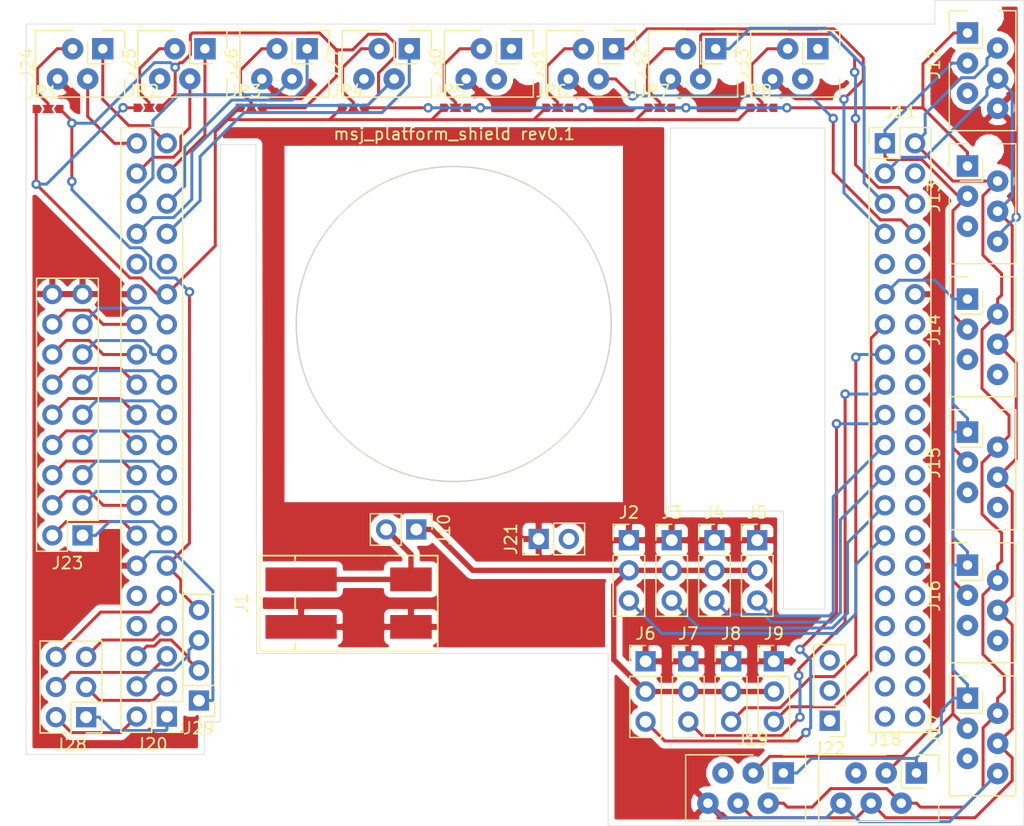
<source format=kicad_pcb>
(kicad_pcb (version 20171130) (host pcbnew 6.0.0-rc1-unknown-ef6f7e9~66~ubuntu16.04.1)
  (layers (0 F.Cu signal) (31 B.Cu signal) (34 B.Paste user) (35 F.Paste user) (36 B.SilkS user) (37 F.SilkS user) (38 B.Mask user) (39 F.Mask user) (44 Edge.Cuts user))
  (net 0 "")
  (net 1 /GND)
  (net 2 /SCK_0)
  (net 3 /MISO_0)
  (net 4 /MOSI_0)
  (net 5 /SS_0_7)
  (net 6 /SS_0_6)
  (net 7 /SS_0_5)
  (net 8 /SS_0_4)
  (net 9 /SS_0_3)
  (net 10 /SS_0_2)
  (net 11 /SS_0_1)
  (net 12 /SS_0_0)
  (net 13 /5V)
  (net 14 /3.3V)
  (net 15 /power_sense_n)
  (net 16 /SCL_0)
  (net 17 /SDA_0)
  (net 18 /SCL_1)
  (net 19 /SDA_1)
  (net 20 /SCL_2)
  (net 21 /SDA_2)
  (net 22 /SCL_3)
  (net 23 /SDA_3)
  (net 24 /PWM_0)
  (net 25 /PWM_1)
  (net 26 /PWM_7)
  (net 27 /PWM_6)
  (net 28 /PWM_5)
  (net 29 /PWM_4)
  (net 30 /PWM_3)
  (net 31 /PWM_2)
  (net 32 /SDA_7)
  (net 33 /SCL_7)
  (net 34 /SDA_6)
  (net 35 /SCL_6)
  (net 36 /SDA_5)
  (net 37 /SCL_5)
  (net 38 /SDA_4)
  (net 39 /SCL_4)
  (net 40 /RELEASE_7)
  (net 41 /PULL_7)
  (net 42 /RELEASE_6)
  (net 43 /PULL_6)
  (net 44 /RELEASE_5)
  (net 45 /PULL_5)
  (net 46 /RELEASE_4)
  (net 47 /PULL_4)
  (net 48 /RELEASE_3)
  (net 49 /PULL_3)
  (net 50 /RELEASE_2)
  (net 51 /PULL_2)
  (net 52 /RELEASE_1)
  (net 53 /PULL_1)
  (net 54 /RELEASE_0)
  (net 55 /PULL_0)
  (net 56 /POSE_2)
  (net 57 /POSE_1)
  (net 58 /SDA)
  (net 59 /POSE_0)
  (net 60 /SCK)
  (net 61 /ZERO_POSE)
  (net 62 /PULL_ALL)
  (net 63 /RELEASE_ALL)
  (net 64 "Net-(J11-Pad4)")
  (net 65 "Net-(J11-Pad39)")
  (net 66 "Net-(J20-Pad32)")
  (net 67 "Net-(J20-Pad31)")
  (net 68 "Net-(J20-Pad10)")
  (net 69 "Net-(J20-Pad8)")
  (net 70 /MOTOR+)
  (net 71 /MOTOR+_out)
  (net 72 "Net-(J24-Pad3)")
  (net 73 "Net-(J25-Pad3)")
  (net 74 "Net-(J26-Pad3)")
  (net 75 "Net-(J27-Pad3)")
  (net 76 "Net-(J30-Pad3)")
  (net 77 "Net-(J31-Pad3)")
  (net 78 "Net-(J32-Pad3)")
  (net 79 "Net-(J33-Pad3)")
  (net 80 "Net-(J11-Pad31)")
  (net 81 "Net-(J11-Pad32)")
  (net 82 "Net-(J11-Pad33)")
  (net 83 "Net-(J11-Pad34)")
  (net 84 "Net-(J11-Pad35)")
  (net 85 "Net-(J11-Pad36)")
  (module Pin_Headers:Pin_Header_Straight_2x20_Pitch2.54mm (layer F.Cu) (at 185.55 86.79)
    (fp_text reference J11 (at 1.35 -2.64 180) (layer F.SilkS))
    (fp_text value GPIO_1)
    (pad 1 thru_hole rect (at 0 0) (size 1.7 1.7) (drill 1) (layers *.Cu *.Mask) (net 4 /MOSI_0))
    (pad 2 thru_hole oval (at 2.54 0) (size 1.7 1.7) (drill 1) (layers *.Cu *.Mask) (net 3 /MISO_0))
    (pad 3 thru_hole oval (at 0 2.54) (size 1.7 1.7) (drill 1) (layers *.Cu *.Mask) (net 2 /SCK_0))
    (pad 4 thru_hole oval (at 2.54 2.54) (size 1.7 1.7) (drill 1) (layers *.Cu *.Mask) (net 64 "Net-(J11-Pad4)"))
    (pad 5 thru_hole oval (at 0 5.08) (size 1.7 1.7) (drill 1) (layers *.Cu *.Mask) (net 34 /SDA_6))
    (pad 6 thru_hole oval (at 2.54 5.08) (size 1.7 1.7) (drill 1) (layers *.Cu *.Mask) (net 35 /SCL_6))
    (pad 7 thru_hole oval (at 0 7.62) (size 1.7 1.7) (drill 1) (layers *.Cu *.Mask) (net 36 /SDA_5))
    (pad 8 thru_hole oval (at 2.54 7.62) (size 1.7 1.7) (drill 1) (layers *.Cu *.Mask) (net 37 /SCL_5))
    (pad 9 thru_hole oval (at 0 10.16) (size 1.7 1.7) (drill 1) (layers *.Cu *.Mask) (net 38 /SDA_4))
    (pad 10 thru_hole oval (at 2.54 10.16) (size 1.7 1.7) (drill 1) (layers *.Cu *.Mask) (net 39 /SCL_4))
    (pad 11 thru_hole oval (at 0 12.7) (size 1.7 1.7) (drill 1) (layers *.Cu *.Mask) (net 13 /5V))
    (pad 12 thru_hole oval (at 2.54 12.7) (size 1.7 1.7) (drill 1) (layers *.Cu *.Mask) (net 1 /GND))
    (pad 13 thru_hole oval (at 0 15.24) (size 1.7 1.7) (drill 1) (layers *.Cu *.Mask) (net 26 /PWM_7))
    (pad 14 thru_hole oval (at 2.54 15.24) (size 1.7 1.7) (drill 1) (layers *.Cu *.Mask) (net 5 /SS_0_7))
    (pad 15 thru_hole oval (at 0 17.78) (size 1.7 1.7) (drill 1) (layers *.Cu *.Mask) (net 27 /PWM_6))
    (pad 16 thru_hole oval (at 2.54 17.78) (size 1.7 1.7) (drill 1) (layers *.Cu *.Mask) (net 6 /SS_0_6))
    (pad 17 thru_hole oval (at 0 20.32) (size 1.7 1.7) (drill 1) (layers *.Cu *.Mask) (net 28 /PWM_5))
    (pad 18 thru_hole oval (at 2.54 20.32) (size 1.7 1.7) (drill 1) (layers *.Cu *.Mask) (net 7 /SS_0_5))
    (pad 19 thru_hole oval (at 0 22.86) (size 1.7 1.7) (drill 1) (layers *.Cu *.Mask) (net 29 /PWM_4))
    (pad 20 thru_hole oval (at 2.54 22.86) (size 1.7 1.7) (drill 1) (layers *.Cu *.Mask) (net 8 /SS_0_4))
    (pad 21 thru_hole oval (at 0 25.4) (size 1.7 1.7) (drill 1) (layers *.Cu *.Mask) (net 30 /PWM_3))
    (pad 22 thru_hole oval (at 2.54 25.4) (size 1.7 1.7) (drill 1) (layers *.Cu *.Mask) (net 9 /SS_0_3))
    (pad 23 thru_hole oval (at 0 27.94) (size 1.7 1.7) (drill 1) (layers *.Cu *.Mask) (net 31 /PWM_2))
    (pad 24 thru_hole oval (at 2.54 27.94) (size 1.7 1.7) (drill 1) (layers *.Cu *.Mask) (net 10 /SS_0_2))
    (pad 25 thru_hole oval (at 0 30.48) (size 1.7 1.7) (drill 1) (layers *.Cu *.Mask) (net 25 /PWM_1))
    (pad 26 thru_hole oval (at 2.54 30.48) (size 1.7 1.7) (drill 1) (layers *.Cu *.Mask) (net 11 /SS_0_1))
    (pad 27 thru_hole oval (at 0 33.02) (size 1.7 1.7) (drill 1) (layers *.Cu *.Mask) (net 24 /PWM_0))
    (pad 28 thru_hole oval (at 2.54 33.02) (size 1.7 1.7) (drill 1) (layers *.Cu *.Mask) (net 12 /SS_0_0))
    (pad 29 thru_hole oval (at 0 35.56) (size 1.7 1.7) (drill 1) (layers *.Cu *.Mask) (net 14 /3.3V))
    (pad 30 thru_hole oval (at 2.54 35.56) (size 1.7 1.7) (drill 1) (layers *.Cu *.Mask) (net 1 /GND))
    (pad 31 thru_hole oval (at 0 38.1) (size 1.7 1.7) (drill 1) (layers *.Cu *.Mask) (net 80 "Net-(J11-Pad31)"))
    (pad 32 thru_hole oval (at 2.54 38.1) (size 1.7 1.7) (drill 1) (layers *.Cu *.Mask) (net 81 "Net-(J11-Pad32)"))
    (pad 33 thru_hole oval (at 0 40.64) (size 1.7 1.7) (drill 1) (layers *.Cu *.Mask) (net 82 "Net-(J11-Pad33)"))
    (pad 34 thru_hole oval (at 2.54 40.64) (size 1.7 1.7) (drill 1) (layers *.Cu *.Mask) (net 83 "Net-(J11-Pad34)"))
    (pad 35 thru_hole oval (at 0 43.18) (size 1.7 1.7) (drill 1) (layers *.Cu *.Mask) (net 84 "Net-(J11-Pad35)"))
    (pad 36 thru_hole oval (at 2.54 43.18) (size 1.7 1.7) (drill 1) (layers *.Cu *.Mask) (net 85 "Net-(J11-Pad36)"))
    (pad 37 thru_hole oval (at 0 45.72) (size 1.7 1.7) (drill 1) (layers *.Cu *.Mask) (net 32 /SDA_7))
    (pad 38 thru_hole oval (at 2.54 45.72) (size 1.7 1.7) (drill 1) (layers *.Cu *.Mask) (net 33 /SCL_7))
    (pad 39 thru_hole oval (at 0 48.26) (size 1.7 1.7) (drill 1) (layers *.Cu *.Mask) (net 65 "Net-(J11-Pad39)"))
    (pad 40 thru_hole oval (at 2.54 48.26) (size 1.7 1.7) (drill 1) (layers *.Cu *.Mask) (net 15 /power_sense_n))
  )
  (module Pin_Headers:Pin_Header_Straight_2x20_Pitch2.54mm (layer F.Cu) (at 125.1 135.05 180)
    (fp_text reference J20 (at 1.27 -2.33 180) (layer F.SilkS))
    (fp_text value GPIO_0)
    (pad 40 thru_hole oval (at 2.54 48.26 180) (size 1.7 1.7) (drill 1) (layers *.Cu *.Mask) (net 16 /SCL_0))
    (pad 39 thru_hole oval (at 0 48.26 180) (size 1.7 1.7) (drill 1) (layers *.Cu *.Mask) (net 17 /SDA_0))
    (pad 38 thru_hole oval (at 2.54 45.72 180) (size 1.7 1.7) (drill 1) (layers *.Cu *.Mask) (net 18 /SCL_1))
    (pad 37 thru_hole oval (at 0 45.72 180) (size 1.7 1.7) (drill 1) (layers *.Cu *.Mask) (net 19 /SDA_1))
    (pad 36 thru_hole oval (at 2.54 43.18 180) (size 1.7 1.7) (drill 1) (layers *.Cu *.Mask) (net 20 /SCL_2))
    (pad 35 thru_hole oval (at 0 43.18 180) (size 1.7 1.7) (drill 1) (layers *.Cu *.Mask) (net 21 /SDA_2))
    (pad 34 thru_hole oval (at 2.54 40.64 180) (size 1.7 1.7) (drill 1) (layers *.Cu *.Mask) (net 22 /SCL_3))
    (pad 33 thru_hole oval (at 0 40.64 180) (size 1.7 1.7) (drill 1) (layers *.Cu *.Mask) (net 23 /SDA_3))
    (pad 32 thru_hole oval (at 2.54 38.1 180) (size 1.7 1.7) (drill 1) (layers *.Cu *.Mask) (net 66 "Net-(J20-Pad32)"))
    (pad 31 thru_hole oval (at 0 38.1 180) (size 1.7 1.7) (drill 1) (layers *.Cu *.Mask) (net 67 "Net-(J20-Pad31)"))
    (pad 30 thru_hole oval (at 2.54 35.56 180) (size 1.7 1.7) (drill 1) (layers *.Cu *.Mask) (net 1 /GND))
    (pad 29 thru_hole oval (at 0 35.56 180) (size 1.7 1.7) (drill 1) (layers *.Cu *.Mask) (net 14 /3.3V))
    (pad 28 thru_hole oval (at 2.54 33.02 180) (size 1.7 1.7) (drill 1) (layers *.Cu *.Mask) (net 40 /RELEASE_7))
    (pad 27 thru_hole oval (at 0 33.02 180) (size 1.7 1.7) (drill 1) (layers *.Cu *.Mask) (net 41 /PULL_7))
    (pad 26 thru_hole oval (at 2.54 30.48 180) (size 1.7 1.7) (drill 1) (layers *.Cu *.Mask) (net 42 /RELEASE_6))
    (pad 25 thru_hole oval (at 0 30.48 180) (size 1.7 1.7) (drill 1) (layers *.Cu *.Mask) (net 43 /PULL_6))
    (pad 24 thru_hole oval (at 2.54 27.94 180) (size 1.7 1.7) (drill 1) (layers *.Cu *.Mask) (net 44 /RELEASE_5))
    (pad 23 thru_hole oval (at 0 27.94 180) (size 1.7 1.7) (drill 1) (layers *.Cu *.Mask) (net 45 /PULL_5))
    (pad 22 thru_hole oval (at 2.54 25.4 180) (size 1.7 1.7) (drill 1) (layers *.Cu *.Mask) (net 46 /RELEASE_4))
    (pad 21 thru_hole oval (at 0 25.4 180) (size 1.7 1.7) (drill 1) (layers *.Cu *.Mask) (net 47 /PULL_4))
    (pad 20 thru_hole oval (at 2.54 22.86 180) (size 1.7 1.7) (drill 1) (layers *.Cu *.Mask) (net 48 /RELEASE_3))
    (pad 19 thru_hole oval (at 0 22.86 180) (size 1.7 1.7) (drill 1) (layers *.Cu *.Mask) (net 49 /PULL_3))
    (pad 18 thru_hole oval (at 2.54 20.32 180) (size 1.7 1.7) (drill 1) (layers *.Cu *.Mask) (net 50 /RELEASE_2))
    (pad 17 thru_hole oval (at 0 20.32 180) (size 1.7 1.7) (drill 1) (layers *.Cu *.Mask) (net 51 /PULL_2))
    (pad 16 thru_hole oval (at 2.54 17.78 180) (size 1.7 1.7) (drill 1) (layers *.Cu *.Mask) (net 52 /RELEASE_1))
    (pad 15 thru_hole oval (at 0 17.78 180) (size 1.7 1.7) (drill 1) (layers *.Cu *.Mask) (net 53 /PULL_1))
    (pad 14 thru_hole oval (at 2.54 15.24 180) (size 1.7 1.7) (drill 1) (layers *.Cu *.Mask) (net 54 /RELEASE_0))
    (pad 13 thru_hole oval (at 0 15.24 180) (size 1.7 1.7) (drill 1) (layers *.Cu *.Mask) (net 55 /PULL_0))
    (pad 12 thru_hole oval (at 2.54 12.7 180) (size 1.7 1.7) (drill 1) (layers *.Cu *.Mask) (net 1 /GND))
    (pad 11 thru_hole oval (at 0 12.7 180) (size 1.7 1.7) (drill 1) (layers *.Cu *.Mask) (net 13 /5V))
    (pad 10 thru_hole oval (at 2.54 10.16 180) (size 1.7 1.7) (drill 1) (layers *.Cu *.Mask) (net 68 "Net-(J20-Pad10)"))
    (pad 9 thru_hole oval (at 0 10.16 180) (size 1.7 1.7) (drill 1) (layers *.Cu *.Mask) (net 56 /POSE_2))
    (pad 8 thru_hole oval (at 2.54 7.62 180) (size 1.7 1.7) (drill 1) (layers *.Cu *.Mask) (net 69 "Net-(J20-Pad8)"))
    (pad 7 thru_hole oval (at 0 7.62 180) (size 1.7 1.7) (drill 1) (layers *.Cu *.Mask) (net 57 /POSE_1))
    (pad 6 thru_hole oval (at 2.54 5.08 180) (size 1.7 1.7) (drill 1) (layers *.Cu *.Mask) (net 58 /SDA))
    (pad 5 thru_hole oval (at 0 5.08 180) (size 1.7 1.7) (drill 1) (layers *.Cu *.Mask) (net 59 /POSE_0))
    (pad 4 thru_hole oval (at 2.54 2.54 180) (size 1.7 1.7) (drill 1) (layers *.Cu *.Mask) (net 60 /SCK))
    (pad 3 thru_hole oval (at 0 2.54 180) (size 1.7 1.7) (drill 1) (layers *.Cu *.Mask) (net 61 /ZERO_POSE))
    (pad 2 thru_hole oval (at 2.54 0 180) (size 1.7 1.7) (drill 1) (layers *.Cu *.Mask) (net 62 /PULL_ALL))
    (pad 1 thru_hole rect (at 0 0 180) (size 1.7 1.7) (drill 1) (layers *.Cu *.Mask) (net 63 /RELEASE_ALL))
  )
  (module custom_lib:Wago_2060_2_SMD (layer F.Cu) (at 140.4 125.5 90)
    (fp_text reference J1 (at 0 -9 90) (layer F.SilkS))
    (fp_text value Wago_SMD_2)
    (pad 2 smd rect (at 2 5.25 90) (size 2 3.5) (layers F.Cu F.Paste F.Mask) (net 70 /MOTOR+))
    (pad 2 smd rect (at 2 -4 90) (size 2 6) (layers F.Cu F.Paste F.Mask) (net 70 /MOTOR+))
    (pad 1 smd rect (at -2 -4 90) (size 2 6) (layers F.Cu F.Paste F.Mask) (net 1 /GND))
    (pad 1 smd rect (at -2 5.25 90) (size 2 3.5) (layers F.Cu F.Paste F.Mask) (net 1 /GND))
  )
  (module Pin_Headers:Pin_Header_Straight_1x02_Pitch2.54mm (layer F.Cu) (at 146.1 119.3 270)
    (fp_text reference J10 (at 0 -2.33 270) (layer F.SilkS))
    (fp_text value EMERGENCY)
    (pad 2 thru_hole oval (at 0 2.54 270) (size 1.7 1.7) (drill 1) (layers *.Cu *.Mask) (net 70 /MOTOR+))
    (pad 1 thru_hole rect (at 0 0 270) (size 1.7 1.7) (drill 1) (layers *.Cu *.Mask) (net 71 /MOTOR+_out))
  )
  (module custom_lib:TE-Connectivity_Micro-Match_connector_02x03_Pitch_1.27mm (layer F.Cu) (at 192.5 77.5)
    (fp_text reference J12 (at -2.8205 2.5875 90) (layer F.SilkS))
    (fp_text value SPI_0)
    (pad 6 thru_hole circle (at 2.54 6.35) (size 1.8 1.8) (drill 0.8001) (layers *.Cu *.Mask) (net 1 /GND))
    (pad 5 thru_hole circle (at 0 5.08) (size 1.8 1.8) (drill 0.8001) (layers *.Cu *.Mask) (net 12 /SS_0_0))
    (pad 1 thru_hole rect (at 0 0) (size 1.8 1.8) (drill 0.8001) (layers *.Cu *.Mask) (net 13 /5V))
    (pad 2 thru_hole circle (at 2.54 1.27) (size 1.8 1.8) (drill 0.8001) (layers *.Cu *.Mask) (net 3 /MISO_0))
    (pad 3 thru_hole circle (at 0 2.54) (size 1.8 1.8) (drill 0.8001) (layers *.Cu *.Mask) (net 4 /MOSI_0))
    (pad 4 thru_hole circle (at 2.54 3.81) (size 1.8 1.8) (drill 0.8001) (layers *.Cu *.Mask) (net 2 /SCK_0))
    (pad "" np_thru_hole circle (at 1.8 -1.4) (size 1.5001 1.5001) (drill 1.5001) (layers *.Cu *.Mask))
  )
  (module custom_lib:TE-Connectivity_Micro-Match_connector_02x03_Pitch_1.27mm (layer F.Cu) (at 192.5 88.7)
    (fp_text reference J13 (at -2.8205 2.5875 90) (layer F.SilkS))
    (fp_text value SPI_1)
    (pad "" np_thru_hole circle (at 1.8 -1.4) (size 1.5001 1.5001) (drill 1.5001) (layers *.Cu *.Mask))
    (pad 4 thru_hole circle (at 2.54 3.81) (size 1.8 1.8) (drill 0.8001) (layers *.Cu *.Mask) (net 2 /SCK_0))
    (pad 3 thru_hole circle (at 0 2.54) (size 1.8 1.8) (drill 0.8001) (layers *.Cu *.Mask) (net 4 /MOSI_0))
    (pad 2 thru_hole circle (at 2.54 1.27) (size 1.8 1.8) (drill 0.8001) (layers *.Cu *.Mask) (net 3 /MISO_0))
    (pad 1 thru_hole rect (at 0 0) (size 1.8 1.8) (drill 0.8001) (layers *.Cu *.Mask) (net 13 /5V))
    (pad 5 thru_hole circle (at 0 5.08) (size 1.8 1.8) (drill 0.8001) (layers *.Cu *.Mask) (net 11 /SS_0_1))
    (pad 6 thru_hole circle (at 2.54 6.35) (size 1.8 1.8) (drill 0.8001) (layers *.Cu *.Mask) (net 1 /GND))
  )
  (module custom_lib:TE-Connectivity_Micro-Match_connector_02x03_Pitch_1.27mm (layer F.Cu) (at 192.5 99.9)
    (fp_text reference J14 (at -2.8205 2.5875 90) (layer F.SilkS))
    (fp_text value SPI_2)
    (pad 6 thru_hole circle (at 2.54 6.35) (size 1.8 1.8) (drill 0.8001) (layers *.Cu *.Mask) (net 1 /GND))
    (pad 5 thru_hole circle (at 0 5.08) (size 1.8 1.8) (drill 0.8001) (layers *.Cu *.Mask) (net 10 /SS_0_2))
    (pad 1 thru_hole rect (at 0 0) (size 1.8 1.8) (drill 0.8001) (layers *.Cu *.Mask) (net 13 /5V))
    (pad 2 thru_hole circle (at 2.54 1.27) (size 1.8 1.8) (drill 0.8001) (layers *.Cu *.Mask) (net 3 /MISO_0))
    (pad 3 thru_hole circle (at 0 2.54) (size 1.8 1.8) (drill 0.8001) (layers *.Cu *.Mask) (net 4 /MOSI_0))
    (pad 4 thru_hole circle (at 2.54 3.81) (size 1.8 1.8) (drill 0.8001) (layers *.Cu *.Mask) (net 2 /SCK_0))
    (pad "" np_thru_hole circle (at 1.8 -1.4) (size 1.5001 1.5001) (drill 1.5001) (layers *.Cu *.Mask))
  )
  (module custom_lib:TE-Connectivity_Micro-Match_connector_02x03_Pitch_1.27mm (layer F.Cu) (at 192.5 111.1)
    (fp_text reference J15 (at -2.8205 2.5875 90) (layer F.SilkS))
    (fp_text value SPI_3)
    (pad "" np_thru_hole circle (at 1.8 -1.4) (size 1.5001 1.5001) (drill 1.5001) (layers *.Cu *.Mask))
    (pad 4 thru_hole circle (at 2.54 3.81) (size 1.8 1.8) (drill 0.8001) (layers *.Cu *.Mask) (net 2 /SCK_0))
    (pad 3 thru_hole circle (at 0 2.54) (size 1.8 1.8) (drill 0.8001) (layers *.Cu *.Mask) (net 4 /MOSI_0))
    (pad 2 thru_hole circle (at 2.54 1.27) (size 1.8 1.8) (drill 0.8001) (layers *.Cu *.Mask) (net 3 /MISO_0))
    (pad 1 thru_hole rect (at 0 0) (size 1.8 1.8) (drill 0.8001) (layers *.Cu *.Mask) (net 13 /5V))
    (pad 5 thru_hole circle (at 0 5.08) (size 1.8 1.8) (drill 0.8001) (layers *.Cu *.Mask) (net 9 /SS_0_3))
    (pad 6 thru_hole circle (at 2.54 6.35) (size 1.8 1.8) (drill 0.8001) (layers *.Cu *.Mask) (net 1 /GND))
  )
  (module custom_lib:TE-Connectivity_Micro-Match_connector_02x03_Pitch_1.27mm (layer F.Cu) (at 192.5 122.3)
    (fp_text reference J16 (at -2.8205 2.5875 90) (layer F.SilkS))
    (fp_text value SPI_4)
    (pad 6 thru_hole circle (at 2.54 6.35) (size 1.8 1.8) (drill 0.8001) (layers *.Cu *.Mask) (net 1 /GND))
    (pad 5 thru_hole circle (at 0 5.08) (size 1.8 1.8) (drill 0.8001) (layers *.Cu *.Mask) (net 8 /SS_0_4))
    (pad 1 thru_hole rect (at 0 0) (size 1.8 1.8) (drill 0.8001) (layers *.Cu *.Mask) (net 13 /5V))
    (pad 2 thru_hole circle (at 2.54 1.27) (size 1.8 1.8) (drill 0.8001) (layers *.Cu *.Mask) (net 3 /MISO_0))
    (pad 3 thru_hole circle (at 0 2.54) (size 1.8 1.8) (drill 0.8001) (layers *.Cu *.Mask) (net 4 /MOSI_0))
    (pad 4 thru_hole circle (at 2.54 3.81) (size 1.8 1.8) (drill 0.8001) (layers *.Cu *.Mask) (net 2 /SCK_0))
    (pad "" np_thru_hole circle (at 1.8 -1.4) (size 1.5001 1.5001) (drill 1.5001) (layers *.Cu *.Mask))
  )
  (module custom_lib:TE-Connectivity_Micro-Match_connector_02x03_Pitch_1.27mm (layer F.Cu) (at 192.5 133.5)
    (fp_text reference J17 (at -2.8205 2.5875 90) (layer F.SilkS))
    (fp_text value SPI_5)
    (pad "" np_thru_hole circle (at 1.8 -1.4) (size 1.5001 1.5001) (drill 1.5001) (layers *.Cu *.Mask))
    (pad 4 thru_hole circle (at 2.54 3.81) (size 1.8 1.8) (drill 0.8001) (layers *.Cu *.Mask) (net 2 /SCK_0))
    (pad 3 thru_hole circle (at 0 2.54) (size 1.8 1.8) (drill 0.8001) (layers *.Cu *.Mask) (net 4 /MOSI_0))
    (pad 2 thru_hole circle (at 2.54 1.27) (size 1.8 1.8) (drill 0.8001) (layers *.Cu *.Mask) (net 3 /MISO_0))
    (pad 1 thru_hole rect (at 0 0) (size 1.8 1.8) (drill 0.8001) (layers *.Cu *.Mask) (net 13 /5V))
    (pad 5 thru_hole circle (at 0 5.08) (size 1.8 1.8) (drill 0.8001) (layers *.Cu *.Mask) (net 7 /SS_0_5))
    (pad 6 thru_hole circle (at 2.54 6.35) (size 1.8 1.8) (drill 0.8001) (layers *.Cu *.Mask) (net 1 /GND))
  )
  (module custom_lib:TE-Connectivity_Micro-Match_connector_02x03_Pitch_1.27mm (layer F.Cu) (at 188.2 139.8 270)
    (fp_text reference J18 (at -2.8205 2.5875) (layer F.SilkS))
    (fp_text value SPI_6)
    (pad 6 thru_hole circle (at 2.54 6.35 270) (size 1.8 1.8) (drill 0.8001) (layers *.Cu *.Mask) (net 1 /GND))
    (pad 5 thru_hole circle (at 0 5.08 270) (size 1.8 1.8) (drill 0.8001) (layers *.Cu *.Mask) (net 6 /SS_0_6))
    (pad 1 thru_hole rect (at 0 0 270) (size 1.8 1.8) (drill 0.8001) (layers *.Cu *.Mask) (net 13 /5V))
    (pad 2 thru_hole circle (at 2.54 1.27 270) (size 1.8 1.8) (drill 0.8001) (layers *.Cu *.Mask) (net 3 /MISO_0))
    (pad 3 thru_hole circle (at 0 2.54 270) (size 1.8 1.8) (drill 0.8001) (layers *.Cu *.Mask) (net 4 /MOSI_0))
    (pad 4 thru_hole circle (at 2.54 3.81 270) (size 1.8 1.8) (drill 0.8001) (layers *.Cu *.Mask) (net 2 /SCK_0))
    (pad "" np_thru_hole circle (at 1.8 -1.4 270) (size 1.5001 1.5001) (drill 1.5001) (layers *.Cu *.Mask))
  )
  (module custom_lib:TE-Connectivity_Micro-Match_connector_02x03_Pitch_1.27mm (layer F.Cu) (at 177 139.8 270)
    (fp_text reference J19 (at -2.8205 2.5875) (layer F.SilkS))
    (fp_text value SPI_7)
    (pad "" np_thru_hole circle (at 1.8 -1.4 270) (size 1.5001 1.5001) (drill 1.5001) (layers *.Cu *.Mask))
    (pad 4 thru_hole circle (at 2.54 3.81 270) (size 1.8 1.8) (drill 0.8001) (layers *.Cu *.Mask) (net 2 /SCK_0))
    (pad 3 thru_hole circle (at 0 2.54 270) (size 1.8 1.8) (drill 0.8001) (layers *.Cu *.Mask) (net 4 /MOSI_0))
    (pad 2 thru_hole circle (at 2.54 1.27 270) (size 1.8 1.8) (drill 0.8001) (layers *.Cu *.Mask) (net 3 /MISO_0))
    (pad 1 thru_hole rect (at 0 0 270) (size 1.8 1.8) (drill 0.8001) (layers *.Cu *.Mask) (net 13 /5V))
    (pad 5 thru_hole circle (at 0 5.08 270) (size 1.8 1.8) (drill 0.8001) (layers *.Cu *.Mask) (net 5 /SS_0_7))
    (pad 6 thru_hole circle (at 2.54 6.35 270) (size 1.8 1.8) (drill 0.8001) (layers *.Cu *.Mask) (net 1 /GND))
  )
  (module Pin_Headers:Pin_Header_Straight_1x02_Pitch2.54mm (layer F.Cu) (at 156.4 120.1 90)
    (fp_text reference J21 (at 0 -2.33 90) (layer F.SilkS))
    (fp_text value FAN)
    (pad 1 thru_hole rect (at 0 0 90) (size 1.7 1.7) (drill 1) (layers *.Cu *.Mask) (net 1 /GND))
    (pad 2 thru_hole oval (at 0 2.54 90) (size 1.7 1.7) (drill 1) (layers *.Cu *.Mask) (net 13 /5V))
  )
  (module Pin_Headers:Pin_Header_Straight_2x09_Pitch2.54mm (layer F.Cu) (at 118 119.8 180)
    (fp_text reference J23 (at 1.27 -2.33 180) (layer F.SilkS))
    (fp_text value PULL_RELEASE)
    (pad 18 thru_hole oval (at 2.54 20.32 180) (size 1.7 1.7) (drill 1) (layers *.Cu *.Mask) (net 1 /GND))
    (pad 17 thru_hole oval (at 0 20.32 180) (size 1.7 1.7) (drill 1) (layers *.Cu *.Mask) (net 1 /GND))
    (pad 16 thru_hole oval (at 2.54 17.78 180) (size 1.7 1.7) (drill 1) (layers *.Cu *.Mask) (net 40 /RELEASE_7))
    (pad 15 thru_hole oval (at 0 17.78 180) (size 1.7 1.7) (drill 1) (layers *.Cu *.Mask) (net 41 /PULL_7))
    (pad 14 thru_hole oval (at 2.54 15.24 180) (size 1.7 1.7) (drill 1) (layers *.Cu *.Mask) (net 42 /RELEASE_6))
    (pad 13 thru_hole oval (at 0 15.24 180) (size 1.7 1.7) (drill 1) (layers *.Cu *.Mask) (net 43 /PULL_6))
    (pad 12 thru_hole oval (at 2.54 12.7 180) (size 1.7 1.7) (drill 1) (layers *.Cu *.Mask) (net 44 /RELEASE_5))
    (pad 11 thru_hole oval (at 0 12.7 180) (size 1.7 1.7) (drill 1) (layers *.Cu *.Mask) (net 45 /PULL_5))
    (pad 10 thru_hole oval (at 2.54 10.16 180) (size 1.7 1.7) (drill 1) (layers *.Cu *.Mask) (net 46 /RELEASE_4))
    (pad 9 thru_hole oval (at 0 10.16 180) (size 1.7 1.7) (drill 1) (layers *.Cu *.Mask) (net 47 /PULL_4))
    (pad 8 thru_hole oval (at 2.54 7.62 180) (size 1.7 1.7) (drill 1) (layers *.Cu *.Mask) (net 48 /RELEASE_3))
    (pad 7 thru_hole oval (at 0 7.62 180) (size 1.7 1.7) (drill 1) (layers *.Cu *.Mask) (net 49 /PULL_3))
    (pad 6 thru_hole oval (at 2.54 5.08 180) (size 1.7 1.7) (drill 1) (layers *.Cu *.Mask) (net 50 /RELEASE_2))
    (pad 5 thru_hole oval (at 0 5.08 180) (size 1.7 1.7) (drill 1) (layers *.Cu *.Mask) (net 51 /PULL_2))
    (pad 4 thru_hole oval (at 2.54 2.54 180) (size 1.7 1.7) (drill 1) (layers *.Cu *.Mask) (net 52 /RELEASE_1))
    (pad 3 thru_hole oval (at 0 2.54 180) (size 1.7 1.7) (drill 1) (layers *.Cu *.Mask) (net 53 /PULL_1))
    (pad 2 thru_hole oval (at 2.54 0 180) (size 1.7 1.7) (drill 1) (layers *.Cu *.Mask) (net 54 /RELEASE_0))
    (pad 1 thru_hole rect (at 0 0 180) (size 1.7 1.7) (drill 1) (layers *.Cu *.Mask) (net 55 /PULL_0))
  )
  (module custom_lib:TE-Connectivity_Micro-Match_connector_02x02_Pitch_1.27mm (layer F.Cu) (at 117.8 80.1 270)
    (fp_text reference J24 (at -0.02 4.445 90) (layer F.SilkS))
    (fp_text value I2C_0)
    (pad 1 thru_hole rect (at -1.27 -1.905 270) (size 1.8 1.8) (drill 0.8001) (layers *.Cu *.Mask) (net 17 /SDA_0))
    (pad 2 thru_hole circle (at 1.27 -0.635 270) (size 1.8 1.8) (drill 0.8001) (layers *.Cu *.Mask) (net 16 /SCL_0))
    (pad 3 thru_hole circle (at -1.27 0.635 270) (size 1.8 1.8) (drill 0.8001) (layers *.Cu *.Mask) (net 72 "Net-(J24-Pad3)"))
    (pad 4 thru_hole circle (at 1.27 1.905 270) (size 1.8 1.8) (drill 0.8001) (layers *.Cu *.Mask) (net 1 /GND))
    (pad "" np_thru_hole circle (at 0.53 -3.305 270) (size 1.5001 1.5001) (drill 1.5001) (layers *.Cu *.Mask))
  )
  (module custom_lib:TE-Connectivity_Micro-Match_connector_02x02_Pitch_1.27mm (layer F.Cu) (at 126.4 80.1 270)
    (fp_text reference J25 (at -0.02 4.445 90) (layer F.SilkS))
    (fp_text value I2C_1)
    (pad 1 thru_hole rect (at -1.27 -1.905 270) (size 1.8 1.8) (drill 0.8001) (layers *.Cu *.Mask) (net 19 /SDA_1))
    (pad 2 thru_hole circle (at 1.27 -0.635 270) (size 1.8 1.8) (drill 0.8001) (layers *.Cu *.Mask) (net 18 /SCL_1))
    (pad 3 thru_hole circle (at -1.27 0.635 270) (size 1.8 1.8) (drill 0.8001) (layers *.Cu *.Mask) (net 73 "Net-(J25-Pad3)"))
    (pad 4 thru_hole circle (at 1.27 1.905 270) (size 1.8 1.8) (drill 0.8001) (layers *.Cu *.Mask) (net 1 /GND))
    (pad "" np_thru_hole circle (at 0.53 -3.305 270) (size 1.5001 1.5001) (drill 1.5001) (layers *.Cu *.Mask))
  )
  (module custom_lib:TE-Connectivity_Micro-Match_connector_02x02_Pitch_1.27mm (layer F.Cu) (at 135 80.1 270)
    (fp_text reference J26 (at -0.02 4.445 90) (layer F.SilkS))
    (fp_text value I2C_2)
    (pad "" np_thru_hole circle (at 0.53 -3.305 270) (size 1.5001 1.5001) (drill 1.5001) (layers *.Cu *.Mask))
    (pad 4 thru_hole circle (at 1.27 1.905 270) (size 1.8 1.8) (drill 0.8001) (layers *.Cu *.Mask) (net 1 /GND))
    (pad 3 thru_hole circle (at -1.27 0.635 270) (size 1.8 1.8) (drill 0.8001) (layers *.Cu *.Mask) (net 74 "Net-(J26-Pad3)"))
    (pad 2 thru_hole circle (at 1.27 -0.635 270) (size 1.8 1.8) (drill 0.8001) (layers *.Cu *.Mask) (net 20 /SCL_2))
    (pad 1 thru_hole rect (at -1.27 -1.905 270) (size 1.8 1.8) (drill 0.8001) (layers *.Cu *.Mask) (net 21 /SDA_2))
  )
  (module custom_lib:TE-Connectivity_Micro-Match_connector_02x02_Pitch_1.27mm (layer F.Cu) (at 143.6 80.1 270)
    (fp_text reference J27 (at -0.02 4.445 90) (layer F.SilkS))
    (fp_text value I2C_3)
    (pad 1 thru_hole rect (at -1.27 -1.905 270) (size 1.8 1.8) (drill 0.8001) (layers *.Cu *.Mask) (net 23 /SDA_3))
    (pad 2 thru_hole circle (at 1.27 -0.635 270) (size 1.8 1.8) (drill 0.8001) (layers *.Cu *.Mask) (net 22 /SCL_3))
    (pad 3 thru_hole circle (at -1.27 0.635 270) (size 1.8 1.8) (drill 0.8001) (layers *.Cu *.Mask) (net 75 "Net-(J27-Pad3)"))
    (pad 4 thru_hole circle (at 1.27 1.905 270) (size 1.8 1.8) (drill 0.8001) (layers *.Cu *.Mask) (net 1 /GND))
    (pad "" np_thru_hole circle (at 0.53 -3.305 270) (size 1.5001 1.5001) (drill 1.5001) (layers *.Cu *.Mask))
  )
  (module Pin_Headers:Pin_Header_Straight_2x03_Pitch2.54mm (layer F.Cu) (at 118.3 135.1 180)
    (fp_text reference J28 (at 1.27 -2.33 180) (layer F.SilkS))
    (fp_text value POSE_BUTTONS)
    (pad 6 thru_hole oval (at 2.54 5.08 180) (size 1.7 1.7) (drill 1) (layers *.Cu *.Mask) (net 56 /POSE_2))
    (pad 5 thru_hole oval (at 0 5.08 180) (size 1.7 1.7) (drill 1) (layers *.Cu *.Mask) (net 57 /POSE_1))
    (pad 4 thru_hole oval (at 2.54 2.54 180) (size 1.7 1.7) (drill 1) (layers *.Cu *.Mask) (net 59 /POSE_0))
    (pad 3 thru_hole oval (at 0 2.54 180) (size 1.7 1.7) (drill 1) (layers *.Cu *.Mask) (net 61 /ZERO_POSE))
    (pad 2 thru_hole oval (at 2.54 0 180) (size 1.7 1.7) (drill 1) (layers *.Cu *.Mask) (net 62 /PULL_ALL))
    (pad 1 thru_hole rect (at 0 0 180) (size 1.7 1.7) (drill 1) (layers *.Cu *.Mask) (net 63 /RELEASE_ALL))
  )
  (module custom_lib:TE-Connectivity_Micro-Match_connector_02x02_Pitch_1.27mm (layer F.Cu) (at 152.2 80.1 270)
    (fp_text reference J30 (at -0.02 4.445 90) (layer F.SilkS))
    (fp_text value I2C_4)
    (pad "" np_thru_hole circle (at 0.53 -3.305 270) (size 1.5001 1.5001) (drill 1.5001) (layers *.Cu *.Mask))
    (pad 4 thru_hole circle (at 1.27 1.905 270) (size 1.8 1.8) (drill 0.8001) (layers *.Cu *.Mask) (net 1 /GND))
    (pad 3 thru_hole circle (at -1.27 0.635 270) (size 1.8 1.8) (drill 0.8001) (layers *.Cu *.Mask) (net 76 "Net-(J30-Pad3)"))
    (pad 2 thru_hole circle (at 1.27 -0.635 270) (size 1.8 1.8) (drill 0.8001) (layers *.Cu *.Mask) (net 39 /SCL_4))
    (pad 1 thru_hole rect (at -1.27 -1.905 270) (size 1.8 1.8) (drill 0.8001) (layers *.Cu *.Mask) (net 38 /SDA_4))
  )
  (module custom_lib:TE-Connectivity_Micro-Match_connector_02x02_Pitch_1.27mm (layer F.Cu) (at 160.8 80.1 270)
    (fp_text reference J31 (at -0.02 4.445 90) (layer F.SilkS))
    (fp_text value I2C_5)
    (pad 1 thru_hole rect (at -1.27 -1.905 270) (size 1.8 1.8) (drill 0.8001) (layers *.Cu *.Mask) (net 36 /SDA_5))
    (pad 2 thru_hole circle (at 1.27 -0.635 270) (size 1.8 1.8) (drill 0.8001) (layers *.Cu *.Mask) (net 37 /SCL_5))
    (pad 3 thru_hole circle (at -1.27 0.635 270) (size 1.8 1.8) (drill 0.8001) (layers *.Cu *.Mask) (net 77 "Net-(J31-Pad3)"))
    (pad 4 thru_hole circle (at 1.27 1.905 270) (size 1.8 1.8) (drill 0.8001) (layers *.Cu *.Mask) (net 1 /GND))
    (pad "" np_thru_hole circle (at 0.53 -3.305 270) (size 1.5001 1.5001) (drill 1.5001) (layers *.Cu *.Mask))
  )
  (module custom_lib:TE-Connectivity_Micro-Match_connector_02x02_Pitch_1.27mm (layer F.Cu) (at 169.4 80.1 270)
    (fp_text reference J32 (at -0.02 4.445 90) (layer F.SilkS))
    (fp_text value I2C_6)
    (pad "" np_thru_hole circle (at 0.53 -3.305 270) (size 1.5001 1.5001) (drill 1.5001) (layers *.Cu *.Mask))
    (pad 4 thru_hole circle (at 1.27 1.905 270) (size 1.8 1.8) (drill 0.8001) (layers *.Cu *.Mask) (net 1 /GND))
    (pad 3 thru_hole circle (at -1.27 0.635 270) (size 1.8 1.8) (drill 0.8001) (layers *.Cu *.Mask) (net 78 "Net-(J32-Pad3)"))
    (pad 2 thru_hole circle (at 1.27 -0.635 270) (size 1.8 1.8) (drill 0.8001) (layers *.Cu *.Mask) (net 35 /SCL_6))
    (pad 1 thru_hole rect (at -1.27 -1.905 270) (size 1.8 1.8) (drill 0.8001) (layers *.Cu *.Mask) (net 34 /SDA_6))
  )
  (module custom_lib:TE-Connectivity_Micro-Match_connector_02x02_Pitch_1.27mm (layer F.Cu) (at 178 80.1 270)
    (fp_text reference J33 (at -0.02 4.445 90) (layer F.SilkS))
    (fp_text value I2C_7)
    (pad 1 thru_hole rect (at -1.27 -1.905 270) (size 1.8 1.8) (drill 0.8001) (layers *.Cu *.Mask) (net 32 /SDA_7))
    (pad 2 thru_hole circle (at 1.27 -0.635 270) (size 1.8 1.8) (drill 0.8001) (layers *.Cu *.Mask) (net 33 /SCL_7))
    (pad 3 thru_hole circle (at -1.27 0.635 270) (size 1.8 1.8) (drill 0.8001) (layers *.Cu *.Mask) (net 79 "Net-(J33-Pad3)"))
    (pad 4 thru_hole circle (at 1.27 1.905 270) (size 1.8 1.8) (drill 0.8001) (layers *.Cu *.Mask) (net 1 /GND))
    (pad "" np_thru_hole circle (at 0.53 -3.305 270) (size 1.5001 1.5001) (drill 1.5001) (layers *.Cu *.Mask))
  )
  (module custom_lib:Solder_Bridge_3_0402 (layer F.Cu) (at 115.1 83.9)
    (fp_text reference JP1 (at -0.5 -1.4) (layer F.SilkS))
    (fp_text value V+)
    (pad 2 smd custom (at 0 0) (size 0.6 0.7) (layers F.Cu F.Paste F.Mask) (net 72 "Net-(J24-Pad3)") (options (clearance outline) (anchor rect)) (primitives (gr_poly (pts (xy -0.3 -0.35) (xy -0.3 0.35) (xy -0.5 0.35) (xy -0.301 0) (xy -0.5 -0.35)) (width 0)) (gr_poly (pts (xy 0.3 0.35) (xy 0.3 -0.35) (xy 0.5 -0.35) (xy 0.301 0) (xy 0.5 0.35)) (width 0))))
    (pad 1 smd custom (at -1 0) (size 0.6 0.7) (layers F.Cu F.Paste F.Mask) (net 14 /3.3V) (options (clearance outline) (anchor rect)) (primitives (gr_poly (pts (xy 0.3 0.35) (xy 0.3 -0.35) (xy 0.5 0)) (width 0))))
    (pad 3 smd custom (at 1 0) (size 0.6 0.7) (layers F.Cu F.Paste F.Mask) (net 13 /5V) (options (clearance outline) (anchor rect)) (primitives (gr_poly (pts (xy -0.3 -0.35) (xy -0.3 0.35) (xy -0.5 0)) (width 0))))
  )
  (module custom_lib:Solder_Bridge_3_0402 (layer F.Cu) (at 123.6 83.8)
    (fp_text reference JP2 (at -0.5 -1.4) (layer F.SilkS))
    (fp_text value V+)
    (pad 3 smd custom (at 1 0) (size 0.6 0.7) (layers F.Cu F.Paste F.Mask) (net 13 /5V) (options (clearance outline) (anchor rect)) (primitives (gr_poly (pts (xy -0.3 -0.35) (xy -0.3 0.35) (xy -0.5 0)) (width 0))))
    (pad 1 smd custom (at -1 0) (size 0.6 0.7) (layers F.Cu F.Paste F.Mask) (net 14 /3.3V) (options (clearance outline) (anchor rect)) (primitives (gr_poly (pts (xy 0.3 0.35) (xy 0.3 -0.35) (xy 0.5 0)) (width 0))))
    (pad 2 smd custom (at 0 0) (size 0.6 0.7) (layers F.Cu F.Paste F.Mask) (net 73 "Net-(J25-Pad3)") (options (clearance outline) (anchor rect)) (primitives (gr_poly (pts (xy -0.3 -0.35) (xy -0.3 0.35) (xy -0.5 0.35) (xy -0.301 0) (xy -0.5 -0.35)) (width 0)) (gr_poly (pts (xy 0.3 0.35) (xy 0.3 -0.35) (xy 0.5 -0.35) (xy 0.301 0) (xy 0.5 0.35)) (width 0))))
  )
  (module custom_lib:Solder_Bridge_3_0402 (layer F.Cu) (at 132.2 83.8)
    (fp_text reference JP3 (at -0.5 -1.4) (layer F.SilkS))
    (fp_text value V+)
    (pad 2 smd custom (at 0 0) (size 0.6 0.7) (layers F.Cu F.Paste F.Mask) (net 74 "Net-(J26-Pad3)") (options (clearance outline) (anchor rect)) (primitives (gr_poly (pts (xy -0.3 -0.35) (xy -0.3 0.35) (xy -0.5 0.35) (xy -0.301 0) (xy -0.5 -0.35)) (width 0)) (gr_poly (pts (xy 0.3 0.35) (xy 0.3 -0.35) (xy 0.5 -0.35) (xy 0.301 0) (xy 0.5 0.35)) (width 0))))
    (pad 1 smd custom (at -1 0) (size 0.6 0.7) (layers F.Cu F.Paste F.Mask) (net 14 /3.3V) (options (clearance outline) (anchor rect)) (primitives (gr_poly (pts (xy 0.3 0.35) (xy 0.3 -0.35) (xy 0.5 0)) (width 0))))
    (pad 3 smd custom (at 1 0) (size 0.6 0.7) (layers F.Cu F.Paste F.Mask) (net 13 /5V) (options (clearance outline) (anchor rect)) (primitives (gr_poly (pts (xy -0.3 -0.35) (xy -0.3 0.35) (xy -0.5 0)) (width 0))))
  )
  (module custom_lib:Solder_Bridge_3_0402 (layer F.Cu) (at 140.8 83.8)
    (fp_text reference JP4 (at -0.5 -1.4) (layer F.SilkS))
    (fp_text value V+)
    (pad 3 smd custom (at 1 0) (size 0.6 0.7) (layers F.Cu F.Paste F.Mask) (net 13 /5V) (options (clearance outline) (anchor rect)) (primitives (gr_poly (pts (xy -0.3 -0.35) (xy -0.3 0.35) (xy -0.5 0)) (width 0))))
    (pad 1 smd custom (at -1 0) (size 0.6 0.7) (layers F.Cu F.Paste F.Mask) (net 14 /3.3V) (options (clearance outline) (anchor rect)) (primitives (gr_poly (pts (xy 0.3 0.35) (xy 0.3 -0.35) (xy 0.5 0)) (width 0))))
    (pad 2 smd custom (at 0 0) (size 0.6 0.7) (layers F.Cu F.Paste F.Mask) (net 75 "Net-(J27-Pad3)") (options (clearance outline) (anchor rect)) (primitives (gr_poly (pts (xy -0.3 -0.35) (xy -0.3 0.35) (xy -0.5 0.35) (xy -0.301 0) (xy -0.5 -0.35)) (width 0)) (gr_poly (pts (xy 0.3 0.35) (xy 0.3 -0.35) (xy 0.5 -0.35) (xy 0.301 0) (xy 0.5 0.35)) (width 0))))
  )
  (module custom_lib:Solder_Bridge_3_0402 (layer F.Cu) (at 149.4 83.8)
    (fp_text reference JP5 (at -0.5 -1.4) (layer F.SilkS))
    (fp_text value V+)
    (pad 3 smd custom (at 1 0) (size 0.6 0.7) (layers F.Cu F.Paste F.Mask) (net 13 /5V) (options (clearance outline) (anchor rect)) (primitives (gr_poly (pts (xy -0.3 -0.35) (xy -0.3 0.35) (xy -0.5 0)) (width 0))))
    (pad 1 smd custom (at -1 0) (size 0.6 0.7) (layers F.Cu F.Paste F.Mask) (net 14 /3.3V) (options (clearance outline) (anchor rect)) (primitives (gr_poly (pts (xy 0.3 0.35) (xy 0.3 -0.35) (xy 0.5 0)) (width 0))))
    (pad 2 smd custom (at 0 0) (size 0.6 0.7) (layers F.Cu F.Paste F.Mask) (net 76 "Net-(J30-Pad3)") (options (clearance outline) (anchor rect)) (primitives (gr_poly (pts (xy -0.3 -0.35) (xy -0.3 0.35) (xy -0.5 0.35) (xy -0.301 0) (xy -0.5 -0.35)) (width 0)) (gr_poly (pts (xy 0.3 0.35) (xy 0.3 -0.35) (xy 0.5 -0.35) (xy 0.301 0) (xy 0.5 0.35)) (width 0))))
  )
  (module custom_lib:Solder_Bridge_3_0402 (layer F.Cu) (at 158 83.8)
    (fp_text reference JP6 (at -0.5 -1.4) (layer F.SilkS))
    (fp_text value V+)
    (pad 2 smd custom (at 0 0) (size 0.6 0.7) (layers F.Cu F.Paste F.Mask) (net 77 "Net-(J31-Pad3)") (options (clearance outline) (anchor rect)) (primitives (gr_poly (pts (xy -0.3 -0.35) (xy -0.3 0.35) (xy -0.5 0.35) (xy -0.301 0) (xy -0.5 -0.35)) (width 0)) (gr_poly (pts (xy 0.3 0.35) (xy 0.3 -0.35) (xy 0.5 -0.35) (xy 0.301 0) (xy 0.5 0.35)) (width 0))))
    (pad 1 smd custom (at -1 0) (size 0.6 0.7) (layers F.Cu F.Paste F.Mask) (net 14 /3.3V) (options (clearance outline) (anchor rect)) (primitives (gr_poly (pts (xy 0.3 0.35) (xy 0.3 -0.35) (xy 0.5 0)) (width 0))))
    (pad 3 smd custom (at 1 0) (size 0.6 0.7) (layers F.Cu F.Paste F.Mask) (net 13 /5V) (options (clearance outline) (anchor rect)) (primitives (gr_poly (pts (xy -0.3 -0.35) (xy -0.3 0.35) (xy -0.5 0)) (width 0))))
  )
  (module custom_lib:Solder_Bridge_3_0402 (layer F.Cu) (at 166.6 83.8)
    (fp_text reference JP7 (at -0.5 -1.4) (layer F.SilkS))
    (fp_text value V+)
    (pad 2 smd custom (at 0 0) (size 0.6 0.7) (layers F.Cu F.Paste F.Mask) (net 78 "Net-(J32-Pad3)") (options (clearance outline) (anchor rect)) (primitives (gr_poly (pts (xy -0.3 -0.35) (xy -0.3 0.35) (xy -0.5 0.35) (xy -0.301 0) (xy -0.5 -0.35)) (width 0)) (gr_poly (pts (xy 0.3 0.35) (xy 0.3 -0.35) (xy 0.5 -0.35) (xy 0.301 0) (xy 0.5 0.35)) (width 0))))
    (pad 1 smd custom (at -1 0) (size 0.6 0.7) (layers F.Cu F.Paste F.Mask) (net 14 /3.3V) (options (clearance outline) (anchor rect)) (primitives (gr_poly (pts (xy 0.3 0.35) (xy 0.3 -0.35) (xy 0.5 0)) (width 0))))
    (pad 3 smd custom (at 1 0) (size 0.6 0.7) (layers F.Cu F.Paste F.Mask) (net 13 /5V) (options (clearance outline) (anchor rect)) (primitives (gr_poly (pts (xy -0.3 -0.35) (xy -0.3 0.35) (xy -0.5 0)) (width 0))))
  )
  (module custom_lib:Solder_Bridge_3_0402 (layer F.Cu) (at 175.2 83.8)
    (fp_text reference JP8 (at -0.5 -1.4) (layer F.SilkS))
    (fp_text value V+)
    (pad 3 smd custom (at 1 0) (size 0.6 0.7) (layers F.Cu F.Paste F.Mask) (net 13 /5V) (options (clearance outline) (anchor rect)) (primitives (gr_poly (pts (xy -0.3 -0.35) (xy -0.3 0.35) (xy -0.5 0)) (width 0))))
    (pad 1 smd custom (at -1 0) (size 0.6 0.7) (layers F.Cu F.Paste F.Mask) (net 14 /3.3V) (options (clearance outline) (anchor rect)) (primitives (gr_poly (pts (xy 0.3 0.35) (xy 0.3 -0.35) (xy 0.5 0)) (width 0))))
    (pad 2 smd custom (at 0 0) (size 0.6 0.7) (layers F.Cu F.Paste F.Mask) (net 79 "Net-(J33-Pad3)") (options (clearance outline) (anchor rect)) (primitives (gr_poly (pts (xy -0.3 -0.35) (xy -0.3 0.35) (xy -0.5 0.35) (xy -0.301 0) (xy -0.5 -0.35)) (width 0)) (gr_poly (pts (xy 0.3 0.35) (xy 0.3 -0.35) (xy 0.5 -0.35) (xy 0.301 0) (xy 0.5 0.35)) (width 0))))
  )
  (module Pin_Headers:Pin_Header_Straight_1x03_Pitch2.54mm (layer F.Cu) (at 164 120.2)
    (fp_text reference J2 (at 0 -2.33) (layer F.SilkS))
    (fp_text value M0)
    (pad 1 thru_hole rect (at 0 0) (size 1.7 1.7) (drill 1) (layers *.Cu *.Mask) (net 1 /GND))
    (pad 2 thru_hole oval (at 0 2.54) (size 1.7 1.7) (drill 1) (layers *.Cu *.Mask) (net 71 /MOTOR+_out))
    (pad 3 thru_hole oval (at 0 5.08) (size 1.7 1.7) (drill 1) (layers *.Cu *.Mask) (net 24 /PWM_0))
  )
  (module Pin_Headers:Pin_Header_Straight_1x03_Pitch2.54mm (layer F.Cu) (at 167.6 120.2)
    (fp_text reference J3 (at 0 -2.33) (layer F.SilkS))
    (fp_text value M1)
    (pad 3 thru_hole oval (at 0 5.08) (size 1.7 1.7) (drill 1) (layers *.Cu *.Mask) (net 25 /PWM_1))
    (pad 2 thru_hole oval (at 0 2.54) (size 1.7 1.7) (drill 1) (layers *.Cu *.Mask) (net 71 /MOTOR+_out))
    (pad 1 thru_hole rect (at 0 0) (size 1.7 1.7) (drill 1) (layers *.Cu *.Mask) (net 1 /GND))
  )
  (module Pin_Headers:Pin_Header_Straight_1x03_Pitch2.54mm (layer F.Cu) (at 171.2 120.2)
    (fp_text reference J4 (at 0 -2.33) (layer F.SilkS))
    (fp_text value M2)
    (pad 1 thru_hole rect (at 0 0) (size 1.7 1.7) (drill 1) (layers *.Cu *.Mask) (net 1 /GND))
    (pad 2 thru_hole oval (at 0 2.54) (size 1.7 1.7) (drill 1) (layers *.Cu *.Mask) (net 71 /MOTOR+_out))
    (pad 3 thru_hole oval (at 0 5.08) (size 1.7 1.7) (drill 1) (layers *.Cu *.Mask) (net 31 /PWM_2))
  )
  (module Pin_Headers:Pin_Header_Straight_1x03_Pitch2.54mm (layer F.Cu) (at 174.8 120.2)
    (fp_text reference J5 (at 0 -2.33) (layer F.SilkS))
    (fp_text value M3)
    (pad 3 thru_hole oval (at 0 5.08) (size 1.7 1.7) (drill 1) (layers *.Cu *.Mask) (net 30 /PWM_3))
    (pad 2 thru_hole oval (at 0 2.54) (size 1.7 1.7) (drill 1) (layers *.Cu *.Mask) (net 71 /MOTOR+_out))
    (pad 1 thru_hole rect (at 0 0) (size 1.7 1.7) (drill 1) (layers *.Cu *.Mask) (net 1 /GND))
  )
  (module Pin_Headers:Pin_Header_Straight_1x03_Pitch2.54mm (layer F.Cu) (at 165.4 130.4)
    (fp_text reference J6 (at 0 -2.33) (layer F.SilkS))
    (fp_text value M4)
    (pad 1 thru_hole rect (at 0 0) (size 1.7 1.7) (drill 1) (layers *.Cu *.Mask) (net 1 /GND))
    (pad 2 thru_hole oval (at 0 2.54) (size 1.7 1.7) (drill 1) (layers *.Cu *.Mask) (net 71 /MOTOR+_out))
    (pad 3 thru_hole oval (at 0 5.08) (size 1.7 1.7) (drill 1) (layers *.Cu *.Mask) (net 29 /PWM_4))
  )
  (module Pin_Headers:Pin_Header_Straight_1x03_Pitch2.54mm (layer F.Cu) (at 169 130.4)
    (fp_text reference J7 (at 0 -2.33) (layer F.SilkS))
    (fp_text value M5)
    (pad 3 thru_hole oval (at 0 5.08) (size 1.7 1.7) (drill 1) (layers *.Cu *.Mask) (net 28 /PWM_5))
    (pad 2 thru_hole oval (at 0 2.54) (size 1.7 1.7) (drill 1) (layers *.Cu *.Mask) (net 71 /MOTOR+_out))
    (pad 1 thru_hole rect (at 0 0) (size 1.7 1.7) (drill 1) (layers *.Cu *.Mask) (net 1 /GND))
  )
  (module Pin_Headers:Pin_Header_Straight_1x03_Pitch2.54mm (layer F.Cu) (at 172.6 130.4)
    (fp_text reference J8 (at 0 -2.33) (layer F.SilkS))
    (fp_text value M6)
    (pad 1 thru_hole rect (at 0 0) (size 1.7 1.7) (drill 1) (layers *.Cu *.Mask) (net 1 /GND))
    (pad 2 thru_hole oval (at 0 2.54) (size 1.7 1.7) (drill 1) (layers *.Cu *.Mask) (net 71 /MOTOR+_out))
    (pad 3 thru_hole oval (at 0 5.08) (size 1.7 1.7) (drill 1) (layers *.Cu *.Mask) (net 27 /PWM_6))
  )
  (module Pin_Headers:Pin_Header_Straight_1x03_Pitch2.54mm (layer F.Cu) (at 176.2 130.4)
    (fp_text reference J9 (at 0 -2.33) (layer F.SilkS))
    (fp_text value M7)
    (pad 3 thru_hole oval (at 0 5.08) (size 1.7 1.7) (drill 1) (layers *.Cu *.Mask) (net 26 /PWM_7))
    (pad 2 thru_hole oval (at 0 2.54) (size 1.7 1.7) (drill 1) (layers *.Cu *.Mask) (net 71 /MOTOR+_out))
    (pad 1 thru_hole rect (at 0 0) (size 1.7 1.7) (drill 1) (layers *.Cu *.Mask) (net 1 /GND))
  )
  (module Pin_Headers:Pin_Header_Straight_1x03_Pitch2.54mm (layer F.Cu) (at 180.9 135.4 180)
    (fp_text reference J22 (at 0 -2.33 180) (layer F.SilkS))
    (fp_text value POWER_SENSE)
    (pad 3 thru_hole oval (at 0 5.08 180) (size 1.7 1.7) (drill 1) (layers *.Cu *.Mask) (net 1 /GND))
    (pad 2 thru_hole oval (at 0 2.54 180) (size 1.7 1.7) (drill 1) (layers *.Cu *.Mask) (net 14 /3.3V))
    (pad 1 thru_hole rect (at 0 0 180) (size 1.7 1.7) (drill 1) (layers *.Cu *.Mask) (net 15 /power_sense_n))
  )
  (module Pin_Headers:Pin_Header_Straight_1x04_Pitch2.54mm (layer F.Cu) (at 127.8 133.7 180)
    (fp_text reference J29 (at 0 -2.33 180) (layer F.SilkS))
    (fp_text value NEOPIXEL)
    (pad 4 thru_hole oval (at 0 7.62 180) (size 1.7 1.7) (drill 1) (layers *.Cu *.Mask) (net 13 /5V))
    (pad 3 thru_hole oval (at 0 5.08 180) (size 1.7 1.7) (drill 1) (layers *.Cu *.Mask) (net 60 /SCK))
    (pad 2 thru_hole oval (at 0 2.54 180) (size 1.7 1.7) (drill 1) (layers *.Cu *.Mask) (net 58 /SDA))
    (pad 1 thru_hole rect (at 0 0 180) (size 1.7 1.7) (drill 1) (layers *.Cu *.Mask) (net 1 /GND))
  )
  (gr_text "msj_platform_shield rev0.1" (at 149.3 86) (layer F.SilkS) (effects (font (size 1 1))))
  (gr_line (start 189.75 76.75) (end 189.75 74.75) (layer Edge.Cuts) (width 0.05))
  (gr_line (start 150.75 76.75) (end 189.75 76.75) (layer Edge.Cuts) (width 0.05))
  (gr_line (start 180.5 85.5) (end 167.5 85.5) (layer Edge.Cuts) (width 0.05))
  (gr_line (start 180.5 126) (end 180.5 85.5) (layer Edge.Cuts) (width 0.05))
  (gr_line (start 177 126) (end 180.5 126) (layer Edge.Cuts) (width 0.05))
  (gr_line (start 177 117.75) (end 177 126) (layer Edge.Cuts) (width 0.05))
  (gr_line (start 167.5 117.75) (end 177 117.75) (layer Edge.Cuts) (width 0.05))
  (gr_line (start 167.5 103.5) (end 167.5 117.75) (layer Edge.Cuts) (width 0.05))
  (gr_line (start 167.5 85.5) (end 167.5 103.5) (layer Edge.Cuts) (width 0.05))
  (gr_circle (center 149.25 102) (end 158.75 92.75) (layer Edge.Cuts) (width 0.12))
  (gr_line (start 132.65 129.75) (end 133 129.75) (layer Edge.Cuts) (width 0.05))
  (gr_line (start 132.6 86.9) (end 132.65 129.75) (layer Edge.Cuts) (width 0.05))
  (gr_line (start 129.6 86.9) (end 132.6 86.9) (layer Edge.Cuts) (width 0.05))
  (gr_line (start 129.6 135.5) (end 129.6 86.9) (layer Edge.Cuts) (width 0.05))
  (gr_line (start 128.25 135.5) (end 129.6 135.5) (layer Edge.Cuts) (width 0.05))
  (gr_line (start 150.75 76.75) (end 113.25 76.75) (layer Edge.Cuts) (width 0.05))
  (gr_line (start 197.25 74.75) (end 189.75 74.75) (layer Edge.Cuts) (width 0.05))
  (gr_line (start 197.25 144.25) (end 197.25 74.75) (layer Edge.Cuts) (width 0.05))
  (gr_line (start 162.25 144.25) (end 197.25 144.25) (layer Edge.Cuts) (width 0.05))
  (gr_line (start 162.25 129.75) (end 162.25 144.25) (layer Edge.Cuts) (width 0.05))
  (gr_line (start 133 129.75) (end 162.25 129.75) (layer Edge.Cuts) (width 0.05))
  (gr_line (start 128.25 138.25) (end 128.25 135.5) (layer Edge.Cuts) (width 0.05))
  (gr_line (start 113.25 138.25) (end 128.25 138.25) (layer Edge.Cuts) (width 0.05))
  (gr_line (start 113.25 76.75) (end 113.25 138.25) (layer Edge.Cuts) (width 0.05))
  (segment (start 128.975001 133.624999) (end 128.9 133.7) (width 0.25) (layer B.Cu) (net 1))
  (segment (start 128.975001 124.485999) (end 128.975001 133.624999) (width 0.25) (layer B.Cu) (net 1))
  (segment (start 125.664001 121.174999) (end 128.975001 124.485999) (width 0.25) (layer B.Cu) (net 1))
  (segment (start 123.735001 121.174999) (end 125.664001 121.174999) (width 0.25) (layer B.Cu) (net 1))
  (segment (start 128.9 133.7) (end 127.8 133.7) (width 0.25) (layer B.Cu) (net 1))
  (segment (start 122.56 122.35) (end 123.735001 121.174999) (width 0.25) (layer B.Cu) (net 1))
  (via (at 196.6 93) (size 0.8) (drill 0.4) (layers F.Cu B.Cu) (net 1))
  (segment (start 196.6 85.41) (end 196.6 93) (width 0.25) (layer F.Cu) (net 1))
  (segment (start 195.04 83.85) (end 196.6 85.41) (width 0.25) (layer F.Cu) (net 1))
  (segment (start 195.04 94.56) (end 195.04 95.05) (width 0.25) (layer B.Cu) (net 1))
  (segment (start 196.6 93) (end 195.04 94.56) (width 0.25) (layer B.Cu) (net 1))
  (segment (start 180.624999 143.565001) (end 180.950001 143.239999) (width 0.25) (layer B.Cu) (net 1))
  (segment (start 180.950001 143.239999) (end 181.85 142.34) (width 0.25) (layer B.Cu) (net 1))
  (segment (start 171.875001 143.565001) (end 180.624999 143.565001) (width 0.25) (layer B.Cu) (net 1))
  (segment (start 170.65 142.34) (end 171.875001 143.565001) (width 0.25) (layer B.Cu) (net 1))
  (segment (start 194.140001 140.749999) (end 195.04 139.85) (width 0.25) (layer B.Cu) (net 1))
  (segment (start 190.99001 143.89999) (end 194.140001 140.749999) (width 0.25) (layer B.Cu) (net 1))
  (segment (start 183.40999 143.89999) (end 190.99001 143.89999) (width 0.25) (layer B.Cu) (net 1))
  (segment (start 181.85 142.34) (end 183.40999 143.89999) (width 0.25) (layer B.Cu) (net 1))
  (segment (start 194.140001 82.209999) (end 195.04 81.31) (width 0.25) (layer B.Cu) (net 2))
  (segment (start 194.140001 82.753001) (end 194.140001 82.209999) (width 0.25) (layer B.Cu) (net 2))
  (segment (start 188.928001 87.965001) (end 194.140001 82.753001) (width 0.25) (layer B.Cu) (net 2))
  (segment (start 186.914999 87.965001) (end 188.928001 87.965001) (width 0.25) (layer B.Cu) (net 2))
  (segment (start 185.55 89.33) (end 186.914999 87.965001) (width 0.25) (layer B.Cu) (net 2))
  (segment (start 196.265001 91.284999) (end 195.939999 91.610001) (width 0.25) (layer B.Cu) (net 2))
  (segment (start 196.265001 82.535001) (end 196.265001 91.284999) (width 0.25) (layer B.Cu) (net 2))
  (segment (start 195.939999 91.610001) (end 195.04 92.51) (width 0.25) (layer B.Cu) (net 2))
  (segment (start 195.04 81.31) (end 196.265001 82.535001) (width 0.25) (layer B.Cu) (net 2))
  (segment (start 196.265001 102.484999) (end 195.939999 102.810001) (width 0.25) (layer F.Cu) (net 2))
  (segment (start 195.939999 102.810001) (end 195.04 103.71) (width 0.25) (layer F.Cu) (net 2))
  (segment (start 196.265001 93.735001) (end 196.265001 102.484999) (width 0.25) (layer F.Cu) (net 2))
  (segment (start 195.04 92.51) (end 196.265001 93.735001) (width 0.25) (layer F.Cu) (net 2))
  (segment (start 195.939999 114.010001) (end 195.04 114.91) (width 0.25) (layer F.Cu) (net 2))
  (segment (start 196.6 113.35) (end 195.939999 114.010001) (width 0.25) (layer F.Cu) (net 2))
  (segment (start 196.6 105.27) (end 196.6 113.35) (width 0.25) (layer F.Cu) (net 2))
  (segment (start 195.04 103.71) (end 196.6 105.27) (width 0.25) (layer F.Cu) (net 2))
  (segment (start 196.265001 124.884999) (end 195.939999 125.210001) (width 0.25) (layer F.Cu) (net 2))
  (segment (start 196.265001 116.135001) (end 196.265001 124.884999) (width 0.25) (layer F.Cu) (net 2))
  (segment (start 195.939999 125.210001) (end 195.04 126.11) (width 0.25) (layer F.Cu) (net 2))
  (segment (start 195.04 114.91) (end 196.265001 116.135001) (width 0.25) (layer F.Cu) (net 2))
  (segment (start 195.939999 136.410001) (end 195.04 137.31) (width 0.25) (layer F.Cu) (net 2))
  (segment (start 196.265001 136.084999) (end 195.939999 136.410001) (width 0.25) (layer F.Cu) (net 2))
  (segment (start 196.265001 127.335001) (end 196.265001 136.084999) (width 0.25) (layer F.Cu) (net 2))
  (segment (start 195.04 126.11) (end 196.265001 127.335001) (width 0.25) (layer F.Cu) (net 2))
  (segment (start 174.089999 143.239999) (end 173.19 142.34) (width 0.25) (layer F.Cu) (net 2))
  (segment (start 174.415001 143.565001) (end 174.089999 143.239999) (width 0.25) (layer F.Cu) (net 2))
  (segment (start 183.164999 143.565001) (end 174.415001 143.565001) (width 0.25) (layer F.Cu) (net 2))
  (segment (start 184.39 142.34) (end 183.164999 143.565001) (width 0.25) (layer F.Cu) (net 2))
  (segment (start 196.265001 138.535001) (end 195.04 137.31) (width 0.25) (layer F.Cu) (net 2))
  (segment (start 184.39 142.34) (end 185.615001 143.565001) (width 0.25) (layer F.Cu) (net 2))
  (segment (start 185.615001 143.565001) (end 193.138001 143.565001) (width 0.25) (layer F.Cu) (net 2))
  (segment (start 196.265001 140.438001) (end 196.265001 138.535001) (width 0.25) (layer F.Cu) (net 2))
  (segment (start 193.138001 143.565001) (end 196.265001 140.438001) (width 0.25) (layer F.Cu) (net 2))
  (segment (start 194.140001 79.669999) (end 195.04 78.77) (width 0.25) (layer B.Cu) (net 3))
  (segment (start 194.140001 80.213001) (end 194.140001 79.669999) (width 0.25) (layer B.Cu) (net 3))
  (segment (start 193.088001 81.265001) (end 194.140001 80.213001) (width 0.25) (layer B.Cu) (net 3))
  (segment (start 192.001997 81.265001) (end 193.088001 81.265001) (width 0.25) (layer B.Cu) (net 3))
  (segment (start 188.939999 84.326999) (end 192.001997 81.265001) (width 0.25) (layer B.Cu) (net 3))
  (segment (start 188.939999 85.940001) (end 188.939999 84.326999) (width 0.25) (layer B.Cu) (net 3))
  (segment (start 188.09 86.79) (end 188.939999 85.940001) (width 0.25) (layer B.Cu) (net 3))
  (segment (start 191.27 89.97) (end 195.04 89.97) (width 0.25) (layer F.Cu) (net 3))
  (segment (start 188.09 86.79) (end 191.27 89.97) (width 0.25) (layer F.Cu) (net 3))
  (segment (start 193.725001 102.484999) (end 193.725001 107.425001) (width 0.25) (layer F.Cu) (net 3))
  (segment (start 195.04 101.17) (end 193.725001 102.484999) (width 0.25) (layer F.Cu) (net 3))
  (segment (start 193.725001 107.425001) (end 196 109.7) (width 0.25) (layer F.Cu) (net 3))
  (segment (start 196 111.41) (end 195.04 112.37) (width 0.25) (layer F.Cu) (net 3))
  (segment (start 196 109.7) (end 196 111.41) (width 0.25) (layer F.Cu) (net 3))
  (segment (start 193.8 96.2) (end 193.8 91.21) (width 0.25) (layer F.Cu) (net 3))
  (segment (start 195.375051 97.775051) (end 193.8 96.2) (width 0.25) (layer F.Cu) (net 3))
  (segment (start 195.375051 99.562157) (end 195.375051 97.775051) (width 0.25) (layer F.Cu) (net 3))
  (segment (start 195.04 99.897208) (end 195.375051 99.562157) (width 0.25) (layer F.Cu) (net 3))
  (segment (start 193.8 91.21) (end 195.04 89.97) (width 0.25) (layer F.Cu) (net 3))
  (segment (start 195.04 101.17) (end 195.04 99.897208) (width 0.25) (layer F.Cu) (net 3))
  (segment (start 195.04 112.37) (end 193.725001 113.684999) (width 0.25) (layer F.Cu) (net 3))
  (segment (start 195.375051 121.962157) (end 195.04 122.297208) (width 0.25) (layer F.Cu) (net 3))
  (segment (start 195.04 122.297208) (end 195.04 123.57) (width 0.25) (layer F.Cu) (net 3))
  (segment (start 194.650002 118.925001) (end 193.725001 118) (width 0.25) (layer F.Cu) (net 3))
  (segment (start 193.725001 113.684999) (end 193.725001 118) (width 0.25) (layer F.Cu) (net 3))
  (segment (start 194.700052 118.925001) (end 195.375051 119.6) (width 0.25) (layer F.Cu) (net 3))
  (segment (start 194.650002 118.925001) (end 194.700052 118.925001) (width 0.25) (layer F.Cu) (net 3))
  (segment (start 195.375051 119.6) (end 195.375051 121.962157) (width 0.25) (layer F.Cu) (net 3))
  (segment (start 193.8 124.81) (end 193.8 129.8) (width 0.25) (layer F.Cu) (net 3))
  (segment (start 195.04 123.57) (end 193.8 124.81) (width 0.25) (layer F.Cu) (net 3))
  (segment (start 193.8 129.8) (end 195.6 131.6) (width 0.25) (layer F.Cu) (net 3))
  (segment (start 195.6 132.937208) (end 195.04 133.497208) (width 0.25) (layer F.Cu) (net 3))
  (segment (start 195.04 133.497208) (end 195.04 134.77) (width 0.25) (layer F.Cu) (net 3))
  (segment (start 195.6 131.6) (end 195.6 132.937208) (width 0.25) (layer F.Cu) (net 3))
  (segment (start 188.202792 142.34) (end 186.93 142.34) (width 0.25) (layer F.Cu) (net 3))
  (segment (start 188.537843 142.675051) (end 188.202792 142.34) (width 0.25) (layer F.Cu) (net 3))
  (segment (start 195.04 134.77) (end 193.814999 135.995001) (width 0.25) (layer F.Cu) (net 3))
  (segment (start 193.814999 135.995001) (end 193.814999 141.085001) (width 0.25) (layer F.Cu) (net 3))
  (segment (start 192.224949 142.675051) (end 188.537843 142.675051) (width 0.25) (layer F.Cu) (net 3))
  (segment (start 193.814999 141.085001) (end 192.224949 142.675051) (width 0.25) (layer F.Cu) (net 3))
  (segment (start 185.704999 141.114999) (end 180.985001 141.114999) (width 0.25) (layer F.Cu) (net 3))
  (segment (start 186.93 142.34) (end 185.704999 141.114999) (width 0.25) (layer F.Cu) (net 3))
  (segment (start 177.002792 142.34) (end 175.73 142.34) (width 0.25) (layer F.Cu) (net 3))
  (segment (start 177.337843 142.675051) (end 177.002792 142.34) (width 0.25) (layer F.Cu) (net 3))
  (segment (start 179.424949 142.675051) (end 177.337843 142.675051) (width 0.25) (layer F.Cu) (net 3))
  (segment (start 180.985001 141.114999) (end 179.424949 142.675051) (width 0.25) (layer F.Cu) (net 3))
  (segment (start 191.227208 80.04) (end 192.5 80.04) (width 0.25) (layer B.Cu) (net 4))
  (segment (start 191.2 80.04) (end 191.227208 80.04) (width 0.25) (layer B.Cu) (net 4))
  (segment (start 185.55 85.69) (end 191.2 80.04) (width 0.25) (layer B.Cu) (net 4))
  (segment (start 185.55 86.79) (end 185.55 85.69) (width 0.25) (layer B.Cu) (net 4))
  (segment (start 191.739002 91.24) (end 192.5 91.24) (width 0.25) (layer F.Cu) (net 4))
  (segment (start 185.814999 88.154999) (end 188.654001 88.154999) (width 0.25) (layer F.Cu) (net 4))
  (segment (start 188.654001 88.154999) (end 191.739002 91.24) (width 0.25) (layer F.Cu) (net 4))
  (segment (start 185.55 87.89) (end 185.814999 88.154999) (width 0.25) (layer F.Cu) (net 4))
  (segment (start 185.55 86.79) (end 185.55 87.89) (width 0.25) (layer F.Cu) (net 4))
  (segment (start 191.274999 101.214999) (end 191.600001 101.540001) (width 0.25) (layer F.Cu) (net 4))
  (segment (start 191.274999 92.465001) (end 191.274999 101.214999) (width 0.25) (layer F.Cu) (net 4))
  (segment (start 191.600001 101.540001) (end 192.5 102.44) (width 0.25) (layer F.Cu) (net 4))
  (segment (start 192.5 91.24) (end 191.274999 92.465001) (width 0.25) (layer F.Cu) (net 4))
  (segment (start 191.274999 112.414999) (end 192.5 113.64) (width 0.25) (layer F.Cu) (net 4))
  (segment (start 191.274999 101.214999) (end 191.274999 112.414999) (width 0.25) (layer F.Cu) (net 4))
  (segment (start 191.274999 123.614999) (end 192.5 124.84) (width 0.25) (layer F.Cu) (net 4))
  (segment (start 191.274999 112.414999) (end 191.274999 123.614999) (width 0.25) (layer F.Cu) (net 4))
  (segment (start 191.274999 134.814999) (end 192.5 136.04) (width 0.25) (layer F.Cu) (net 4))
  (segment (start 191.274999 123.614999) (end 191.274999 134.814999) (width 0.25) (layer F.Cu) (net 4))
  (segment (start 186.559999 138.900001) (end 185.66 139.8) (width 0.25) (layer F.Cu) (net 4))
  (segment (start 189.864997 136.225001) (end 189.234999 136.225001) (width 0.25) (layer F.Cu) (net 4))
  (segment (start 191.274999 134.814999) (end 189.864997 136.225001) (width 0.25) (layer F.Cu) (net 4))
  (segment (start 188.06 137.4) (end 188.6 136.86) (width 0.25) (layer F.Cu) (net 4))
  (segment (start 189.234999 136.225001) (end 188.6 136.86) (width 0.25) (layer F.Cu) (net 4))
  (segment (start 174.46 139.8) (end 175.86 138.4) (width 0.25) (layer F.Cu) (net 4))
  (segment (start 175.86 138.4) (end 187.06 138.4) (width 0.25) (layer F.Cu) (net 4))
  (segment (start 187.06 138.4) (end 186.559999 138.900001) (width 0.25) (layer F.Cu) (net 4))
  (segment (start 188.6 136.86) (end 187.06 138.4) (width 0.25) (layer F.Cu) (net 4))
  (segment (start 126.275001 124.555001) (end 126.275001 123.525001) (width 0.25) (layer F.Cu) (net 13))
  (segment (start 125.949999 123.199999) (end 125.1 122.35) (width 0.25) (layer F.Cu) (net 13))
  (segment (start 126.275001 123.525001) (end 125.949999 123.199999) (width 0.25) (layer F.Cu) (net 13))
  (segment (start 127.8 126.08) (end 126.275001 124.555001) (width 0.25) (layer F.Cu) (net 13))
  (via (at 127 99.3) (size 0.8) (drill 0.4) (layers F.Cu B.Cu) (net 13))
  (segment (start 127 119.649002) (end 127 99.3) (width 0.25) (layer F.Cu) (net 13))
  (segment (start 127 120.45) (end 127 119.649002) (width 0.25) (layer F.Cu) (net 13))
  (segment (start 125.1 122.35) (end 127 120.45) (width 0.25) (layer F.Cu) (net 13))
  (via (at 117.1 90) (size 0.8) (drill 0.4) (layers F.Cu B.Cu) (net 13))
  (segment (start 121.995999 95.585001) (end 117.1 90.689002) (width 0.25) (layer B.Cu) (net 13))
  (segment (start 117.1 90.689002) (end 117.1 90) (width 0.25) (layer B.Cu) (net 13))
  (segment (start 122.934003 95.585001) (end 121.995999 95.585001) (width 0.25) (layer B.Cu) (net 13))
  (segment (start 123.735001 96.385999) (end 122.934003 95.585001) (width 0.25) (layer B.Cu) (net 13))
  (segment (start 127 99.3) (end 125.825001 98.125001) (width 0.25) (layer B.Cu) (net 13))
  (segment (start 125.825001 98.125001) (end 124.535999 98.125001) (width 0.25) (layer B.Cu) (net 13))
  (segment (start 123.735001 97.324003) (end 123.735001 96.385999) (width 0.25) (layer B.Cu) (net 13))
  (segment (start 124.535999 98.125001) (end 123.735001 97.324003) (width 0.25) (layer B.Cu) (net 13))
  (segment (start 117.1 84.9) (end 116.1 83.9) (width 0.25) (layer F.Cu) (net 13))
  (via (at 125.8 80.4) (size 0.8) (drill 0.4) (layers F.Cu B.Cu) (net 13))
  (segment (start 125.8 82.6) (end 125.8 80.4) (width 0.25) (layer F.Cu) (net 13))
  (segment (start 124.6 83.8) (end 125.8 82.6) (width 0.25) (layer F.Cu) (net 13))
  (via (at 117.1 85.1) (size 0.8) (drill 0.4) (layers F.Cu B.Cu) (net 13))
  (segment (start 118.951998 85.1) (end 117.1 85.1) (width 0.25) (layer B.Cu) (net 13))
  (segment (start 125.400001 80.000001) (end 124.051997 80.000001) (width 0.25) (layer B.Cu) (net 13))
  (segment (start 125.8 80.4) (end 125.400001 80.000001) (width 0.25) (layer B.Cu) (net 13))
  (segment (start 124.051997 80.000001) (end 118.951998 85.1) (width 0.25) (layer B.Cu) (net 13))
  (segment (start 117.1 90) (end 117.1 85.1) (width 0.25) (layer F.Cu) (net 13))
  (segment (start 117.1 85.1) (end 117.1 84.9) (width 0.25) (layer F.Cu) (net 13))
  (segment (start 125.8 80.4) (end 126.199999 80.000001) (width 0.25) (layer F.Cu) (net 13))
  (segment (start 126.199999 80.000001) (end 126.399999 80.000001) (width 0.25) (layer F.Cu) (net 13))
  (segment (start 126.399999 80.000001) (end 127.079999 79.320001) (width 0.25) (layer F.Cu) (net 13))
  (segment (start 127.079999 77.669999) (end 127.249998 77.5) (width 0.25) (layer F.Cu) (net 13))
  (segment (start 127.079999 79.320001) (end 127.079999 77.669999) (width 0.25) (layer F.Cu) (net 13))
  (segment (start 139.380051 78.920049) (end 139.380051 81.146025) (width 0.25) (layer F.Cu) (net 13))
  (segment (start 133.6 83.8) (end 133.2 83.8) (width 0.25) (layer F.Cu) (net 13))
  (segment (start 136.726076 83.8) (end 133.6 83.8) (width 0.25) (layer F.Cu) (net 13))
  (segment (start 137.960002 77.5) (end 139.380051 78.920049) (width 0.25) (layer F.Cu) (net 13))
  (segment (start 139.380051 81.146025) (end 136.726076 83.8) (width 0.25) (layer F.Cu) (net 13))
  (segment (start 127.249998 77.5) (end 137.960002 77.5) (width 0.25) (layer F.Cu) (net 13))
  (segment (start 142.920001 80.871997) (end 142.920001 82.679999) (width 0.25) (layer F.Cu) (net 13))
  (segment (start 144.279999 79.511999) (end 142.920001 80.871997) (width 0.25) (layer F.Cu) (net 13))
  (segment (start 142.17071 83.42929) (end 141.8 83.8) (width 0.25) (layer F.Cu) (net 13))
  (segment (start 144.279999 78.331997) (end 144.279999 79.511999) (width 0.25) (layer F.Cu) (net 13))
  (segment (start 142.058591 77.604999) (end 143.553001 77.604999) (width 0.25) (layer F.Cu) (net 13))
  (segment (start 142.920001 82.679999) (end 142.17071 83.42929) (width 0.25) (layer F.Cu) (net 13))
  (segment (start 143.553001 77.604999) (end 144.279999 78.331997) (width 0.25) (layer F.Cu) (net 13))
  (segment (start 140.743541 78.920049) (end 142.058591 77.604999) (width 0.25) (layer F.Cu) (net 13))
  (segment (start 139.380051 78.920049) (end 140.743541 78.920049) (width 0.25) (layer F.Cu) (net 13))
  (via (at 147.1 83.8) (size 0.8) (drill 0.4) (layers F.Cu B.Cu) (net 13))
  (segment (start 141.8 83.8) (end 147.1 83.8) (width 0.25) (layer F.Cu) (net 13))
  (via (at 151.5 83.8) (size 0.8) (drill 0.4) (layers F.Cu B.Cu) (net 13))
  (segment (start 147.1 83.8) (end 151.5 83.8) (width 0.25) (layer B.Cu) (net 13))
  (segment (start 151.5 83.8) (end 150.4 83.8) (width 0.25) (layer F.Cu) (net 13))
  (segment (start 151.5 83.8) (end 152.065685 83.8) (width 0.25) (layer B.Cu) (net 13))
  (via (at 160.1 83.8) (size 0.8) (drill 0.4) (layers F.Cu B.Cu) (net 13))
  (segment (start 152.065685 83.8) (end 160.1 83.8) (width 0.25) (layer B.Cu) (net 13))
  (segment (start 160.1 83.8) (end 159 83.8) (width 0.25) (layer F.Cu) (net 13))
  (via (at 168.8 83.8) (size 0.8) (drill 0.4) (layers F.Cu B.Cu) (net 13))
  (segment (start 160.1 83.8) (end 168.8 83.8) (width 0.25) (layer B.Cu) (net 13))
  (segment (start 168.8 83.8) (end 167.6 83.8) (width 0.25) (layer F.Cu) (net 13))
  (via (at 177.3 83.8) (size 0.8) (drill 0.4) (layers F.Cu B.Cu) (net 13))
  (segment (start 168.8 83.8) (end 177.3 83.8) (width 0.25) (layer B.Cu) (net 13))
  (segment (start 177.3 83.8) (end 176.2 83.8) (width 0.25) (layer F.Cu) (net 13))
  (segment (start 177.865685 83.8) (end 177.3 83.8) (width 0.25) (layer F.Cu) (net 13))
  (segment (start 188.75 83.8) (end 177.865685 83.8) (width 0.25) (layer F.Cu) (net 13))
  (segment (start 192.5 87.55) (end 188.75 83.8) (width 0.25) (layer F.Cu) (net 13))
  (segment (start 192.5 88.7) (end 192.5 87.55) (width 0.25) (layer F.Cu) (net 13))
  (segment (start 191.35 77.5) (end 188.75 80.1) (width 0.25) (layer F.Cu) (net 13))
  (segment (start 188.75 80.1) (end 188.75 83.8) (width 0.25) (layer F.Cu) (net 13))
  (segment (start 192.5 77.5) (end 191.35 77.5) (width 0.25) (layer F.Cu) (net 13))
  (segment (start 189.764999 98.314999) (end 191.35 99.9) (width 0.25) (layer B.Cu) (net 13))
  (segment (start 186.725001 98.314999) (end 189.764999 98.314999) (width 0.25) (layer B.Cu) (net 13))
  (segment (start 185.55 99.49) (end 186.725001 98.314999) (width 0.25) (layer B.Cu) (net 13))
  (segment (start 192.5 109.95) (end 192.5 111.1) (width 0.25) (layer B.Cu) (net 13))
  (segment (start 191.274999 99.975001) (end 191.274999 108.724999) (width 0.25) (layer B.Cu) (net 13))
  (segment (start 191.274999 108.724999) (end 192.5 109.95) (width 0.25) (layer B.Cu) (net 13))
  (segment (start 191.35 99.9) (end 191.274999 99.975001) (width 0.25) (layer B.Cu) (net 13))
  (segment (start 192.5 99.9) (end 191.35 99.9) (width 0.25) (layer B.Cu) (net 13))
  (segment (start 191.274999 119.924999) (end 192.5 121.15) (width 0.25) (layer B.Cu) (net 13))
  (segment (start 192.5 121.15) (end 192.5 122.3) (width 0.25) (layer B.Cu) (net 13))
  (segment (start 191.274999 111.175001) (end 191.274999 119.924999) (width 0.25) (layer B.Cu) (net 13))
  (segment (start 191.35 111.1) (end 191.274999 111.175001) (width 0.25) (layer B.Cu) (net 13))
  (segment (start 192.5 111.1) (end 191.35 111.1) (width 0.25) (layer B.Cu) (net 13))
  (segment (start 192.5 132.35) (end 192.5 133.5) (width 0.25) (layer B.Cu) (net 13))
  (segment (start 191.35 122.3) (end 191.274999 122.375001) (width 0.25) (layer B.Cu) (net 13))
  (segment (start 191.274999 131.124999) (end 192.5 132.35) (width 0.25) (layer B.Cu) (net 13))
  (segment (start 191.274999 122.375001) (end 191.274999 131.124999) (width 0.25) (layer B.Cu) (net 13))
  (segment (start 192.5 122.3) (end 191.35 122.3) (width 0.25) (layer B.Cu) (net 13))
  (segment (start 191.35 133.5) (end 190.3 134.55) (width 0.25) (layer B.Cu) (net 13))
  (segment (start 192.5 133.5) (end 191.35 133.5) (width 0.25) (layer B.Cu) (net 13))
  (segment (start 190.3 134.55) (end 190.3 136.4) (width 0.25) (layer B.Cu) (net 13))
  (segment (start 188.2 138.5) (end 188.2 139.8) (width 0.25) (layer B.Cu) (net 13))
  (segment (start 190.3 136.4) (end 188.2 138.5) (width 0.25) (layer B.Cu) (net 13))
  (segment (start 179.375001 138.574999) (end 178.15 139.8) (width 0.25) (layer B.Cu) (net 13))
  (segment (start 188.124999 138.574999) (end 179.375001 138.574999) (width 0.25) (layer B.Cu) (net 13))
  (segment (start 188.2 138.65) (end 188.124999 138.574999) (width 0.25) (layer B.Cu) (net 13))
  (segment (start 178.15 139.8) (end 177 139.8) (width 0.25) (layer B.Cu) (net 13))
  (segment (start 188.2 139.8) (end 188.2 138.65) (width 0.25) (layer B.Cu) (net 13))
  (segment (start 114.1 84.35) (end 114.1 83.9) (width 0.25) (layer F.Cu) (net 14))
  (segment (start 114.1 90.229002) (end 114.1 84.35) (width 0.25) (layer F.Cu) (net 14))
  (segment (start 121.995999 98.125001) (end 114.1 90.229002) (width 0.25) (layer F.Cu) (net 14))
  (segment (start 122.934003 98.125001) (end 121.995999 98.125001) (width 0.25) (layer F.Cu) (net 14))
  (segment (start 124.299002 99.49) (end 122.934003 98.125001) (width 0.25) (layer F.Cu) (net 14))
  (segment (start 125.1 99.49) (end 124.299002 99.49) (width 0.25) (layer F.Cu) (net 14))
  (via (at 121.412653 83.787347) (size 0.8) (drill 0.4) (layers F.Cu B.Cu) (net 14))
  (segment (start 121.425306 83.8) (end 121.412653 83.787347) (width 0.25) (layer F.Cu) (net 14))
  (segment (start 122.6 83.8) (end 121.425306 83.8) (width 0.25) (layer F.Cu) (net 14))
  (via (at 114.1 90.229002) (size 0.8) (drill 0.4) (layers F.Cu B.Cu) (net 14))
  (segment (start 114.970998 90.229002) (end 114.1 90.229002) (width 0.25) (layer B.Cu) (net 14))
  (segment (start 121.412653 83.787347) (end 114.970998 90.229002) (width 0.25) (layer B.Cu) (net 14))
  (segment (start 129.17499 95.41501) (end 125.949999 98.640001) (width 0.25) (layer F.Cu) (net 14))
  (segment (start 125.949999 98.640001) (end 125.1 99.49) (width 0.25) (layer F.Cu) (net 14))
  (segment (start 129.17499 85.82501) (end 129.17499 95.41501) (width 0.25) (layer F.Cu) (net 14))
  (segment (start 138.8 84.8) (end 130.2 84.8) (width 0.25) (layer F.Cu) (net 14))
  (segment (start 139.8 83.8) (end 138.8 84.8) (width 0.25) (layer F.Cu) (net 14))
  (segment (start 130.2 84.8) (end 129.17499 85.82501) (width 0.25) (layer F.Cu) (net 14))
  (segment (start 131.2 83.8) (end 130.2 84.8) (width 0.25) (layer F.Cu) (net 14))
  (segment (start 147.4 84.8) (end 148.4 83.8) (width 0.25) (layer F.Cu) (net 14))
  (segment (start 138.8 84.8) (end 147.4 84.8) (width 0.25) (layer F.Cu) (net 14))
  (segment (start 156 84.8) (end 157 83.8) (width 0.25) (layer F.Cu) (net 14))
  (segment (start 147.4 84.8) (end 156 84.8) (width 0.25) (layer F.Cu) (net 14))
  (segment (start 164.6 84.8) (end 165.6 83.8) (width 0.25) (layer F.Cu) (net 14))
  (segment (start 156 84.8) (end 164.6 84.8) (width 0.25) (layer F.Cu) (net 14))
  (segment (start 173.2 84.8) (end 174.2 83.8) (width 0.25) (layer F.Cu) (net 14))
  (segment (start 164.6 84.8) (end 173.2 84.8) (width 0.25) (layer F.Cu) (net 14))
  (segment (start 121.357919 86.79) (end 121.347919 86.8) (width 0.25) (layer F.Cu) (net 16))
  (segment (start 122.56 86.79) (end 121.357919 86.79) (width 0.25) (layer F.Cu) (net 16))
  (segment (start 121.357919 86.79) (end 120.69 86.79) (width 0.25) (layer F.Cu) (net 16))
  (segment (start 118.435 84.535) (end 118.5 84.6) (width 0.25) (layer F.Cu) (net 16))
  (segment (start 118.435 81.37) (end 118.435 84.535) (width 0.25) (layer F.Cu) (net 16))
  (segment (start 120.69 86.79) (end 118.5 84.6) (width 0.25) (layer F.Cu) (net 16))
  (segment (start 125.1 86.79) (end 123.61 85.3) (width 0.25) (layer F.Cu) (net 17))
  (segment (start 123.61 85.3) (end 121.9 85.3) (width 0.25) (layer F.Cu) (net 17))
  (segment (start 119.705 83.105) (end 119.705 78.83) (width 0.25) (layer F.Cu) (net 17))
  (segment (start 121.9 85.3) (end 119.705 83.105) (width 0.25) (layer F.Cu) (net 17))
  (segment (start 127.035 85.466) (end 127.035 81.37) (width 0.25) (layer F.Cu) (net 18))
  (segment (start 126.275001 86.225999) (end 127.035 85.466) (width 0.25) (layer F.Cu) (net 18))
  (segment (start 122.56 89.33) (end 123.924999 87.965001) (width 0.25) (layer F.Cu) (net 18))
  (segment (start 125.664001 87.965001) (end 126.275001 87.354001) (width 0.25) (layer F.Cu) (net 18))
  (segment (start 126.275001 87.354001) (end 126.275001 86.225999) (width 0.25) (layer F.Cu) (net 18))
  (segment (start 123.924999 87.965001) (end 125.664001 87.965001) (width 0.25) (layer F.Cu) (net 18))
  (segment (start 128.305 86.125) (end 128.305 78.83) (width 0.25) (layer F.Cu) (net 19))
  (segment (start 125.1 89.33) (end 128.305 86.125) (width 0.25) (layer F.Cu) (net 19))
  (segment (start 123.924999 89.704003) (end 123.924999 84.875001) (width 0.25) (layer B.Cu) (net 20))
  (segment (start 122.56 91.069002) (end 123.924999 89.704003) (width 0.25) (layer B.Cu) (net 20))
  (segment (start 122.56 91.87) (end 122.56 91.069002) (width 0.25) (layer B.Cu) (net 20))
  (segment (start 123.924999 84.875001) (end 126.1 82.7) (width 0.25) (layer B.Cu) (net 20))
  (segment (start 134.305 82.7) (end 135.635 81.37) (width 0.25) (layer B.Cu) (net 20))
  (segment (start 126.1 82.7) (end 134.305 82.7) (width 0.25) (layer B.Cu) (net 20))
  (segment (start 126.6 90.37) (end 126.6 87.1) (width 0.25) (layer B.Cu) (net 21))
  (segment (start 125.1 91.87) (end 126.6 90.37) (width 0.25) (layer B.Cu) (net 21))
  (segment (start 136.905 81.913002) (end 136.905 79.98) (width 0.25) (layer B.Cu) (net 21))
  (segment (start 136.905 79.98) (end 136.905 78.83) (width 0.25) (layer B.Cu) (net 21))
  (segment (start 135.667992 83.15001) (end 136.905 81.913002) (width 0.25) (layer B.Cu) (net 21))
  (segment (start 130.54999 83.15001) (end 135.667992 83.15001) (width 0.25) (layer B.Cu) (net 21))
  (segment (start 126.6 87.1) (end 130.54999 83.15001) (width 0.25) (layer B.Cu) (net 21))
  (segment (start 123.924999 93.045001) (end 125.664001 93.045001) (width 0.25) (layer B.Cu) (net 22))
  (segment (start 125.664001 93.045001) (end 127.2 91.509002) (width 0.25) (layer B.Cu) (net 22))
  (segment (start 122.56 94.41) (end 123.924999 93.045001) (width 0.25) (layer B.Cu) (net 22))
  (segment (start 127.2 91.509002) (end 127.2 87.5) (width 0.25) (layer B.Cu) (net 22))
  (segment (start 142.00498 83.60002) (end 143.335001 82.269999) (width 0.25) (layer B.Cu) (net 22))
  (segment (start 131.09998 83.60002) (end 142.00498 83.60002) (width 0.25) (layer B.Cu) (net 22))
  (segment (start 143.335001 82.269999) (end 144.235 81.37) (width 0.25) (layer B.Cu) (net 22))
  (segment (start 127.2 87.5) (end 131.09998 83.60002) (width 0.25) (layer B.Cu) (net 22))
  (segment (start 145.505 81.913002) (end 143.218002 84.2) (width 0.25) (layer B.Cu) (net 23))
  (segment (start 145.505 78.83) (end 145.505 81.913002) (width 0.25) (layer B.Cu) (net 23))
  (segment (start 131.590364 84.2) (end 127.9 87.890364) (width 0.25) (layer B.Cu) (net 23))
  (segment (start 143.218002 84.2) (end 131.590364 84.2) (width 0.25) (layer B.Cu) (net 23))
  (segment (start 127.9 91.61) (end 125.1 94.41) (width 0.25) (layer B.Cu) (net 23))
  (segment (start 127.9 87.890364) (end 127.9 91.61) (width 0.25) (layer B.Cu) (net 23))
  (segment (start 166.77001 128.05001) (end 181.44999 128.05001) (width 0.25) (layer B.Cu) (net 24))
  (segment (start 164 125.28) (end 166.77001 128.05001) (width 0.25) (layer B.Cu) (net 24))
  (segment (start 181.44999 128.05001) (end 183.1 126.4) (width 0.25) (layer B.Cu) (net 24))
  (segment (start 183.1 122.26) (end 185.55 119.81) (width 0.25) (layer B.Cu) (net 24))
  (segment (start 183.1 126.4) (end 183.1 122.26) (width 0.25) (layer B.Cu) (net 24))
  (segment (start 167.6 125.28) (end 169.92 127.6) (width 0.25) (layer B.Cu) (net 25))
  (segment (start 181.132456 127.6) (end 182.4 126.332456) (width 0.25) (layer B.Cu) (net 25))
  (segment (start 169.92 127.6) (end 181.132456 127.6) (width 0.25) (layer B.Cu) (net 25))
  (segment (start 182.4 120.42) (end 185.55 117.27) (width 0.25) (layer B.Cu) (net 25))
  (segment (start 182.4 126.332456) (end 182.4 120.42) (width 0.25) (layer B.Cu) (net 25))
  (segment (start 184.374999 103.205001) (end 184.700001 102.879999) (width 0.25) (layer F.Cu) (net 26))
  (segment (start 184.700001 102.879999) (end 185.55 102.03) (width 0.25) (layer F.Cu) (net 26))
  (segment (start 181.274003 134.224999) (end 184.374999 131.124003) (width 0.25) (layer F.Cu) (net 26))
  (segment (start 184.374999 131.124003) (end 184.374999 103.205001) (width 0.25) (layer F.Cu) (net 26))
  (segment (start 177.455001 134.224999) (end 181.274003 134.224999) (width 0.25) (layer F.Cu) (net 26))
  (segment (start 176.2 135.48) (end 177.455001 134.224999) (width 0.25) (layer F.Cu) (net 26))
  (via (at 183.1 104.8) (size 0.8) (drill 0.4) (layers F.Cu B.Cu) (net 27))
  (segment (start 183.33 104.57) (end 183.1 104.8) (width 0.25) (layer B.Cu) (net 27))
  (segment (start 185.55 104.57) (end 183.33 104.57) (width 0.25) (layer B.Cu) (net 27))
  (segment (start 176.738591 134.304999) (end 173.775001 134.304999) (width 0.25) (layer F.Cu) (net 27))
  (segment (start 179.358591 131.684999) (end 176.738591 134.304999) (width 0.25) (layer F.Cu) (net 27))
  (segment (start 181.274003 131.684999) (end 179.358591 131.684999) (width 0.25) (layer F.Cu) (net 27))
  (segment (start 173.449999 134.630001) (end 172.6 135.48) (width 0.25) (layer F.Cu) (net 27))
  (segment (start 183.1 129.859002) (end 181.274003 131.684999) (width 0.25) (layer F.Cu) (net 27))
  (segment (start 173.775001 134.304999) (end 173.449999 134.630001) (width 0.25) (layer F.Cu) (net 27))
  (segment (start 183.1 104.8) (end 183.1 129.859002) (width 0.25) (layer F.Cu) (net 27))
  (segment (start 176.844999 136.655001) (end 178.4 135.1) (width 0.25) (layer F.Cu) (net 28))
  (via (at 178.4 135.1) (size 0.8) (drill 0.4) (layers F.Cu B.Cu) (net 28))
  (segment (start 170.175001 136.655001) (end 176.844999 136.655001) (width 0.25) (layer F.Cu) (net 28))
  (segment (start 169 135.48) (end 170.175001 136.655001) (width 0.25) (layer F.Cu) (net 28))
  (via (at 178.3 131.6) (size 0.8) (drill 0.4) (layers F.Cu B.Cu) (net 28))
  (segment (start 178.4 131.7) (end 178.3 131.6) (width 0.25) (layer B.Cu) (net 28))
  (segment (start 178.4 135.1) (end 178.4 131.7) (width 0.25) (layer B.Cu) (net 28))
  (segment (start 182.2 127.134315) (end 182.2 107.9) (width 0.25) (layer F.Cu) (net 28))
  (via (at 182.2 107.9) (size 0.8) (drill 0.4) (layers F.Cu B.Cu) (net 28))
  (segment (start 178.3 131.034315) (end 182.2 127.134315) (width 0.25) (layer F.Cu) (net 28))
  (segment (start 178.3 131.6) (end 178.3 131.034315) (width 0.25) (layer F.Cu) (net 28))
  (segment (start 184.76 107.9) (end 185.55 107.11) (width 0.25) (layer B.Cu) (net 28))
  (segment (start 182.2 107.9) (end 184.76 107.9) (width 0.25) (layer B.Cu) (net 28))
  (via (at 178.9 136.4) (size 0.8) (drill 0.4) (layers F.Cu B.Cu) (net 29))
  (segment (start 178.19499 137.10501) (end 178.9 136.4) (width 0.25) (layer F.Cu) (net 29))
  (segment (start 167.02501 137.10501) (end 178.19499 137.10501) (width 0.25) (layer F.Cu) (net 29))
  (segment (start 165.4 135.48) (end 167.02501 137.10501) (width 0.25) (layer F.Cu) (net 29))
  (via (at 178.4 129.4) (size 0.8) (drill 0.4) (layers F.Cu B.Cu) (net 29))
  (segment (start 179.299999 130.299999) (end 178.4 129.4) (width 0.25) (layer B.Cu) (net 29))
  (segment (start 179.299999 136.000001) (end 179.299999 130.299999) (width 0.25) (layer B.Cu) (net 29))
  (segment (start 178.9 136.4) (end 179.299999 136.000001) (width 0.25) (layer B.Cu) (net 29))
  (via (at 181.475 110.4) (size 0.8) (drill 0.4) (layers F.Cu B.Cu) (net 29))
  (segment (start 181.475 126.325) (end 181.475 110.4) (width 0.25) (layer F.Cu) (net 29))
  (segment (start 178.4 129.4) (end 181.475 126.325) (width 0.25) (layer F.Cu) (net 29))
  (segment (start 184.8 110.4) (end 185.55 109.65) (width 0.25) (layer B.Cu) (net 29))
  (segment (start 181.475 110.4) (end 184.8 110.4) (width 0.25) (layer B.Cu) (net 29))
  (segment (start 180.884626 126.57501) (end 181.20001 126.259626) (width 0.25) (layer B.Cu) (net 30))
  (segment (start 176.09501 126.57501) (end 180.884626 126.57501) (width 0.25) (layer B.Cu) (net 30))
  (segment (start 174.8 125.28) (end 176.09501 126.57501) (width 0.25) (layer B.Cu) (net 30))
  (segment (start 181.20001 116.53999) (end 185.55 112.19) (width 0.25) (layer B.Cu) (net 30))
  (segment (start 181.20001 126.259626) (end 181.20001 116.53999) (width 0.25) (layer B.Cu) (net 30))
  (segment (start 175.338591 126.455001) (end 175.98359 127.1) (width 0.25) (layer B.Cu) (net 31))
  (segment (start 172.375001 126.455001) (end 175.338591 126.455001) (width 0.25) (layer B.Cu) (net 31))
  (segment (start 171.2 125.28) (end 172.375001 126.455001) (width 0.25) (layer B.Cu) (net 31))
  (segment (start 180.996046 127.1) (end 181.8 126.296046) (width 0.25) (layer B.Cu) (net 31))
  (segment (start 175.98359 127.1) (end 180.996046 127.1) (width 0.25) (layer B.Cu) (net 31))
  (segment (start 181.8 118.48) (end 185.55 114.73) (width 0.25) (layer B.Cu) (net 31))
  (segment (start 181.8 126.296046) (end 181.8 118.48) (width 0.25) (layer B.Cu) (net 31))
  (segment (start 185.55 91.87) (end 183.8 90.12) (width 0.25) (layer B.Cu) (net 34))
  (segment (start 172.455 78.83) (end 174.18499 77.10001) (width 0.25) (layer B.Cu) (net 34))
  (segment (start 171.305 78.83) (end 172.455 78.83) (width 0.25) (layer B.Cu) (net 34))
  (segment (start 183.8 80.339998) (end 183.8 90.12) (width 0.25) (layer B.Cu) (net 34))
  (segment (start 180.560012 77.10001) (end 183.8 80.339998) (width 0.25) (layer B.Cu) (net 34))
  (segment (start 174.18499 77.10001) (end 180.560012 77.10001) (width 0.25) (layer B.Cu) (net 34))
  (via (at 183.075 84.7) (size 0.8) (drill 0.4) (layers F.Cu B.Cu) (net 35))
  (segment (start 188.09 91.87) (end 186.725001 90.505001) (width 0.25) (layer F.Cu) (net 35))
  (segment (start 184.985999 90.505001) (end 183.075 88.594002) (width 0.25) (layer F.Cu) (net 35))
  (segment (start 183.075 88.594002) (end 183.075 84.7) (width 0.25) (layer F.Cu) (net 35))
  (segment (start 186.725001 90.505001) (end 184.985999 90.505001) (width 0.25) (layer F.Cu) (net 35))
  (via (at 183 80.8) (size 0.8) (drill 0.4) (layers F.Cu B.Cu) (net 35))
  (segment (start 183.075 80.875) (end 183 80.8) (width 0.25) (layer B.Cu) (net 35))
  (segment (start 183.075 84.7) (end 183.075 80.875) (width 0.25) (layer B.Cu) (net 35))
  (segment (start 170.035 77.714998) (end 170.035 81.37) (width 0.25) (layer F.Cu) (net 35))
  (segment (start 170.144999 77.604999) (end 170.035 77.714998) (width 0.25) (layer F.Cu) (net 35))
  (segment (start 181.065001 77.604999) (end 170.144999 77.604999) (width 0.25) (layer F.Cu) (net 35))
  (segment (start 183 79.539998) (end 181.065001 77.604999) (width 0.25) (layer F.Cu) (net 35))
  (segment (start 183 80.8) (end 183 79.539998) (width 0.25) (layer F.Cu) (net 35))
  (segment (start 183.725001 79.628589) (end 183.725001 81.449999) (width 0.25) (layer F.Cu) (net 36))
  (via (at 182.1 83.075) (size 0.8) (drill 0.4) (layers F.Cu B.Cu) (net 36))
  (segment (start 162.705 78.83) (end 163.855 78.83) (width 0.25) (layer F.Cu) (net 36))
  (segment (start 165.53001 77.15499) (end 181.251402 77.15499) (width 0.25) (layer F.Cu) (net 36))
  (segment (start 163.855 78.83) (end 165.53001 77.15499) (width 0.25) (layer F.Cu) (net 36))
  (segment (start 183.725001 81.449999) (end 182.1 83.075) (width 0.25) (layer F.Cu) (net 36))
  (segment (start 181.251402 77.15499) (end 183.725001 79.628589) (width 0.25) (layer F.Cu) (net 36))
  (segment (start 182.1 90.96) (end 185.55 94.41) (width 0.25) (layer B.Cu) (net 36))
  (segment (start 182.1 83.075) (end 182.1 90.96) (width 0.25) (layer B.Cu) (net 36))
  (via (at 164.3 82.8) (size 0.8) (drill 0.4) (layers F.Cu B.Cu) (net 37))
  (segment (start 162.87 81.37) (end 164.3 82.8) (width 0.25) (layer F.Cu) (net 37))
  (segment (start 161.435 81.37) (end 162.87 81.37) (width 0.25) (layer F.Cu) (net 37))
  (via (at 181.2 84.7) (size 0.8) (drill 0.4) (layers F.Cu B.Cu) (net 37))
  (segment (start 179.574999 83.074999) (end 181.2 84.7) (width 0.25) (layer B.Cu) (net 37))
  (segment (start 179.3 82.8) (end 179.574999 83.074999) (width 0.25) (layer B.Cu) (net 37))
  (segment (start 164.3 82.8) (end 179.3 82.8) (width 0.25) (layer B.Cu) (net 37))
  (segment (start 186.914999 93.234999) (end 187.240001 93.560001) (width 0.25) (layer F.Cu) (net 37))
  (segment (start 185.175997 93.234999) (end 186.914999 93.234999) (width 0.25) (layer F.Cu) (net 37))
  (segment (start 181.2 89.259002) (end 185.175997 93.234999) (width 0.25) (layer F.Cu) (net 37))
  (segment (start 187.240001 93.560001) (end 188.09 94.41) (width 0.25) (layer F.Cu) (net 37))
  (segment (start 181.2 84.7) (end 181.2 89.259002) (width 0.25) (layer F.Cu) (net 37))
  (segment (start 116.309999 101.170001) (end 115.46 102.02) (width 0.25) (layer F.Cu) (net 40))
  (segment (start 118.544001 100.844999) (end 116.635001 100.844999) (width 0.25) (layer F.Cu) (net 40))
  (segment (start 119.729002 102.03) (end 118.544001 100.844999) (width 0.25) (layer F.Cu) (net 40))
  (segment (start 116.635001 100.844999) (end 116.309999 101.170001) (width 0.25) (layer F.Cu) (net 40))
  (segment (start 122.56 102.03) (end 119.729002 102.03) (width 0.25) (layer F.Cu) (net 40))
  (segment (start 118.849999 101.170001) (end 118 102.02) (width 0.25) (layer B.Cu) (net 41))
  (segment (start 119.354999 100.665001) (end 118.849999 101.170001) (width 0.25) (layer B.Cu) (net 41))
  (segment (start 123.735001 100.665001) (end 119.354999 100.665001) (width 0.25) (layer B.Cu) (net 41))
  (segment (start 125.1 102.03) (end 123.735001 100.665001) (width 0.25) (layer B.Cu) (net 41))
  (segment (start 116.309999 103.710001) (end 115.46 104.56) (width 0.25) (layer F.Cu) (net 42))
  (segment (start 116.635001 103.384999) (end 116.309999 103.710001) (width 0.25) (layer F.Cu) (net 42))
  (segment (start 118.564001 103.384999) (end 116.635001 103.384999) (width 0.25) (layer F.Cu) (net 42))
  (segment (start 119.749002 104.57) (end 118.564001 103.384999) (width 0.25) (layer F.Cu) (net 42))
  (segment (start 122.56 104.57) (end 119.749002 104.57) (width 0.25) (layer F.Cu) (net 42))
  (segment (start 123.124001 103.394999) (end 119.165001 103.394999) (width 0.25) (layer B.Cu) (net 43))
  (segment (start 118.849999 103.710001) (end 118 104.56) (width 0.25) (layer B.Cu) (net 43))
  (segment (start 123.735001 104.005999) (end 123.124001 103.394999) (width 0.25) (layer B.Cu) (net 43))
  (segment (start 123.735001 104.407082) (end 123.735001 104.005999) (width 0.25) (layer B.Cu) (net 43))
  (segment (start 123.897919 104.57) (end 123.735001 104.407082) (width 0.25) (layer B.Cu) (net 43))
  (segment (start 119.165001 103.394999) (end 118.849999 103.710001) (width 0.25) (layer B.Cu) (net 43))
  (segment (start 125.1 104.57) (end 123.897919 104.57) (width 0.25) (layer B.Cu) (net 43))
  (segment (start 121.185001 105.735001) (end 116.824999 105.735001) (width 0.25) (layer F.Cu) (net 44))
  (segment (start 116.309999 106.250001) (end 115.46 107.1) (width 0.25) (layer F.Cu) (net 44))
  (segment (start 116.824999 105.735001) (end 116.309999 106.250001) (width 0.25) (layer F.Cu) (net 44))
  (segment (start 122.56 107.11) (end 121.185001 105.735001) (width 0.25) (layer F.Cu) (net 44))
  (segment (start 118.849999 106.250001) (end 118 107.1) (width 0.25) (layer B.Cu) (net 45))
  (segment (start 119.165001 105.934999) (end 118.849999 106.250001) (width 0.25) (layer B.Cu) (net 45))
  (segment (start 123.924999 105.934999) (end 119.165001 105.934999) (width 0.25) (layer B.Cu) (net 45))
  (segment (start 125.1 107.11) (end 123.924999 105.934999) (width 0.25) (layer B.Cu) (net 45))
  (segment (start 116.309999 108.790001) (end 115.46 109.64) (width 0.25) (layer F.Cu) (net 46))
  (segment (start 116.824999 108.275001) (end 116.309999 108.790001) (width 0.25) (layer F.Cu) (net 46))
  (segment (start 121.185001 108.275001) (end 116.824999 108.275001) (width 0.25) (layer F.Cu) (net 46))
  (segment (start 122.56 109.65) (end 121.185001 108.275001) (width 0.25) (layer F.Cu) (net 46))
  (segment (start 118.849999 108.790001) (end 118 109.64) (width 0.25) (layer B.Cu) (net 47))
  (segment (start 119.165001 108.474999) (end 118.849999 108.790001) (width 0.25) (layer B.Cu) (net 47))
  (segment (start 123.924999 108.474999) (end 119.165001 108.474999) (width 0.25) (layer B.Cu) (net 47))
  (segment (start 125.1 109.65) (end 123.924999 108.474999) (width 0.25) (layer B.Cu) (net 47))
  (segment (start 116.309999 111.330001) (end 115.46 112.18) (width 0.25) (layer F.Cu) (net 48))
  (segment (start 116.635001 111.004999) (end 116.309999 111.330001) (width 0.25) (layer F.Cu) (net 48))
  (segment (start 121.374999 111.004999) (end 116.635001 111.004999) (width 0.25) (layer F.Cu) (net 48))
  (segment (start 122.56 112.19) (end 121.374999 111.004999) (width 0.25) (layer F.Cu) (net 48))
  (segment (start 118.849999 111.330001) (end 118 112.18) (width 0.25) (layer B.Cu) (net 49))
  (segment (start 123.924999 111.014999) (end 119.165001 111.014999) (width 0.25) (layer B.Cu) (net 49))
  (segment (start 119.165001 111.014999) (end 118.849999 111.330001) (width 0.25) (layer B.Cu) (net 49))
  (segment (start 125.1 112.19) (end 123.924999 111.014999) (width 0.25) (layer B.Cu) (net 49))
  (segment (start 116.309999 113.870001) (end 115.46 114.72) (width 0.25) (layer F.Cu) (net 50))
  (segment (start 121.374999 113.544999) (end 116.635001 113.544999) (width 0.25) (layer F.Cu) (net 50))
  (segment (start 116.635001 113.544999) (end 116.309999 113.870001) (width 0.25) (layer F.Cu) (net 50))
  (segment (start 122.56 114.73) (end 121.374999 113.544999) (width 0.25) (layer F.Cu) (net 50))
  (segment (start 118.849999 113.870001) (end 118 114.72) (width 0.25) (layer B.Cu) (net 51))
  (segment (start 119.165001 113.554999) (end 118.849999 113.870001) (width 0.25) (layer B.Cu) (net 51))
  (segment (start 123.924999 113.554999) (end 119.165001 113.554999) (width 0.25) (layer B.Cu) (net 51))
  (segment (start 125.1 114.73) (end 123.924999 113.554999) (width 0.25) (layer B.Cu) (net 51))
  (segment (start 116.309999 116.410001) (end 115.46 117.26) (width 0.25) (layer F.Cu) (net 52))
  (segment (start 116.635001 116.084999) (end 116.309999 116.410001) (width 0.25) (layer F.Cu) (net 52))
  (segment (start 118.564001 116.084999) (end 116.635001 116.084999) (width 0.25) (layer F.Cu) (net 52))
  (segment (start 119.749002 117.27) (end 118.564001 116.084999) (width 0.25) (layer F.Cu) (net 52))
  (segment (start 122.56 117.27) (end 119.749002 117.27) (width 0.25) (layer F.Cu) (net 52))
  (segment (start 118.849999 116.410001) (end 118 117.26) (width 0.25) (layer B.Cu) (net 53))
  (segment (start 119.165001 116.094999) (end 118.849999 116.410001) (width 0.25) (layer B.Cu) (net 53))
  (segment (start 123.924999 116.094999) (end 119.165001 116.094999) (width 0.25) (layer B.Cu) (net 53))
  (segment (start 125.1 117.27) (end 123.924999 116.094999) (width 0.25) (layer B.Cu) (net 53))
  (segment (start 116.635001 118.624999) (end 116.309999 118.950001) (width 0.25) (layer F.Cu) (net 54))
  (segment (start 121.374999 118.624999) (end 116.635001 118.624999) (width 0.25) (layer F.Cu) (net 54))
  (segment (start 116.309999 118.950001) (end 115.46 119.8) (width 0.25) (layer F.Cu) (net 54))
  (segment (start 122.56 119.81) (end 121.374999 118.624999) (width 0.25) (layer F.Cu) (net 54))
  (segment (start 120.265001 118.634999) (end 119.1 119.8) (width 0.25) (layer B.Cu) (net 55))
  (segment (start 123.924999 118.634999) (end 120.265001 118.634999) (width 0.25) (layer B.Cu) (net 55))
  (segment (start 119.1 119.8) (end 118 119.8) (width 0.25) (layer B.Cu) (net 55))
  (segment (start 125.1 119.81) (end 123.924999 118.634999) (width 0.25) (layer B.Cu) (net 55))
  (segment (start 116.609999 129.170001) (end 115.76 130.02) (width 0.25) (layer F.Cu) (net 56))
  (segment (start 123.735001 126.254999) (end 119.525001 126.254999) (width 0.25) (layer F.Cu) (net 56))
  (segment (start 119.525001 126.254999) (end 116.609999 129.170001) (width 0.25) (layer F.Cu) (net 56))
  (segment (start 125.1 124.89) (end 123.735001 126.254999) (width 0.25) (layer F.Cu) (net 56))
  (segment (start 124.250001 128.279999) (end 125.1 127.43) (width 0.25) (layer F.Cu) (net 57))
  (segment (start 123.924999 128.605001) (end 124.250001 128.279999) (width 0.25) (layer F.Cu) (net 57))
  (segment (start 119.714999 128.605001) (end 123.924999 128.605001) (width 0.25) (layer F.Cu) (net 57))
  (segment (start 118.3 130.02) (end 119.714999 128.605001) (width 0.25) (layer F.Cu) (net 57))
  (segment (start 123.409999 129.120001) (end 122.56 129.97) (width 0.25) (layer F.Cu) (net 58))
  (segment (start 124.046409 129.120001) (end 123.409999 129.120001) (width 0.25) (layer F.Cu) (net 58))
  (segment (start 125.474003 128.605001) (end 124.561409 128.605001) (width 0.25) (layer F.Cu) (net 58))
  (segment (start 124.561409 128.605001) (end 124.046409 129.120001) (width 0.25) (layer F.Cu) (net 58))
  (segment (start 126.950001 130.080999) (end 125.474003 128.605001) (width 0.25) (layer F.Cu) (net 58))
  (segment (start 126.950001 130.310001) (end 126.950001 130.080999) (width 0.25) (layer F.Cu) (net 58))
  (segment (start 127.8 131.16) (end 126.950001 130.310001) (width 0.25) (layer F.Cu) (net 58))
  (segment (start 116.609999 131.710001) (end 115.76 132.56) (width 0.25) (layer F.Cu) (net 59))
  (segment (start 123.735001 131.334999) (end 116.985001 131.334999) (width 0.25) (layer F.Cu) (net 59))
  (segment (start 116.985001 131.334999) (end 116.609999 131.710001) (width 0.25) (layer F.Cu) (net 59))
  (segment (start 125.1 129.97) (end 123.735001 131.334999) (width 0.25) (layer F.Cu) (net 59))
  (segment (start 126.950001 129.469999) (end 127.8 128.62) (width 0.25) (layer B.Cu) (net 60))
  (segment (start 126.950001 129.859001) (end 126.950001 129.469999) (width 0.25) (layer B.Cu) (net 60))
  (segment (start 125.664001 131.145001) (end 126.950001 129.859001) (width 0.25) (layer B.Cu) (net 60))
  (segment (start 123.924999 131.145001) (end 125.664001 131.145001) (width 0.25) (layer B.Cu) (net 60))
  (segment (start 122.56 132.51) (end 123.924999 131.145001) (width 0.25) (layer B.Cu) (net 60))
  (segment (start 124.250001 133.359999) (end 125.1 132.51) (width 0.25) (layer F.Cu) (net 61))
  (segment (start 123.924999 133.685001) (end 124.250001 133.359999) (width 0.25) (layer F.Cu) (net 61))
  (segment (start 119.425001 133.685001) (end 123.924999 133.685001) (width 0.25) (layer F.Cu) (net 61))
  (segment (start 118.3 132.56) (end 119.425001 133.685001) (width 0.25) (layer F.Cu) (net 61))
  (segment (start 115.76 135.1) (end 117.06 136.4) (width 0.25) (layer F.Cu) (net 62))
  (segment (start 121.21 136.4) (end 122.56 135.05) (width 0.25) (layer F.Cu) (net 62))
  (segment (start 117.06 136.4) (end 121.21 136.4) (width 0.25) (layer F.Cu) (net 62))
  (segment (start 119.4 135.1) (end 118.3 135.1) (width 0.25) (layer B.Cu) (net 63))
  (segment (start 120.525001 136.225001) (end 119.4 135.1) (width 0.25) (layer B.Cu) (net 63))
  (segment (start 125.024999 136.225001) (end 120.525001 136.225001) (width 0.25) (layer B.Cu) (net 63))
  (segment (start 125.1 136.15) (end 125.024999 136.225001) (width 0.25) (layer B.Cu) (net 63))
  (segment (start 125.1 135.05) (end 125.1 136.15) (width 0.25) (layer B.Cu) (net 63))
  (segment (start 145.65 121.39) (end 143.56 119.3) (width 0.45) (layer F.Cu) (net 70))
  (segment (start 145.65 123.5) (end 145.65 121.39) (width 0.45) (layer F.Cu) (net 70))
  (segment (start 143.45 123.5) (end 136.4 123.5) (width 0.45) (layer F.Cu) (net 70))
  (segment (start 145.65 123.5) (end 143.45 123.5) (width 0.45) (layer F.Cu) (net 70))
  (segment (start 150.84 122.74) (end 162.797919 122.74) (width 0.45) (layer F.Cu) (net 71))
  (segment (start 162.797919 122.74) (end 164 122.74) (width 0.45) (layer F.Cu) (net 71))
  (segment (start 147.4 119.3) (end 150.84 122.74) (width 0.45) (layer F.Cu) (net 71))
  (segment (start 146.1 119.3) (end 147.4 119.3) (width 0.45) (layer F.Cu) (net 71))
  (segment (start 164 122.74) (end 167.6 122.74) (width 0.45) (layer F.Cu) (net 71))
  (segment (start 167.6 122.74) (end 171.2 122.74) (width 0.45) (layer F.Cu) (net 71))
  (segment (start 171.2 122.74) (end 174.8 122.74) (width 0.45) (layer F.Cu) (net 71))
  (segment (start 164.550001 132.090001) (end 165.4 132.94) (width 0.45) (layer F.Cu) (net 71))
  (segment (start 162.724999 130.264999) (end 164.550001 132.090001) (width 0.45) (layer F.Cu) (net 71))
  (segment (start 162.724999 124.015001) (end 162.724999 130.264999) (width 0.45) (layer F.Cu) (net 71))
  (segment (start 164 122.74) (end 162.724999 124.015001) (width 0.45) (layer F.Cu) (net 71))
  (segment (start 165.4 132.94) (end 169.84 132.94) (width 0.45) (layer F.Cu) (net 71))
  (segment (start 169.84 132.94) (end 172.6 132.94) (width 0.45) (layer F.Cu) (net 71))
  (segment (start 172.6 132.94) (end 176.2 132.94) (width 0.45) (layer F.Cu) (net 71))
  (segment (start 115.1 83.45) (end 114.2 82.55) (width 0.25) (layer F.Cu) (net 72))
  (segment (start 115.1 83.9) (end 115.1 83.45) (width 0.25) (layer F.Cu) (net 72))
  (segment (start 114.2 82.55) (end 114.2 80.5) (width 0.25) (layer F.Cu) (net 72))
  (segment (start 115.87 78.83) (end 117.165 78.83) (width 0.25) (layer F.Cu) (net 72))
  (segment (start 114.2 80.5) (end 115.87 78.83) (width 0.25) (layer F.Cu) (net 72))
  (segment (start 123.6 83.35) (end 122.8 82.55) (width 0.25) (layer F.Cu) (net 73))
  (segment (start 123.6 83.8) (end 123.6 83.35) (width 0.25) (layer F.Cu) (net 73))
  (segment (start 122.8 82.55) (end 122.8 80.5) (width 0.25) (layer F.Cu) (net 73))
  (segment (start 124.47 78.83) (end 125.765 78.83) (width 0.25) (layer F.Cu) (net 73))
  (segment (start 122.8 80.5) (end 124.47 78.83) (width 0.25) (layer F.Cu) (net 73))
  (segment (start 132.2 83.35) (end 131.3 82.45) (width 0.25) (layer F.Cu) (net 74))
  (segment (start 132.2 83.8) (end 132.2 83.35) (width 0.25) (layer F.Cu) (net 74))
  (segment (start 133.092208 78.83) (end 134.365 78.83) (width 0.25) (layer F.Cu) (net 74))
  (segment (start 131.3 80.622208) (end 133.092208 78.83) (width 0.25) (layer F.Cu) (net 74))
  (segment (start 131.3 82.45) (end 131.3 80.622208) (width 0.25) (layer F.Cu) (net 74))
  (segment (start 140.8 83.35) (end 139.9 82.45) (width 0.25) (layer F.Cu) (net 75))
  (segment (start 140.8 83.8) (end 140.8 83.35) (width 0.25) (layer F.Cu) (net 75))
  (segment (start 139.9 82.45) (end 139.9 80.4) (width 0.25) (layer F.Cu) (net 75))
  (segment (start 141.47 78.83) (end 142.965 78.83) (width 0.25) (layer F.Cu) (net 75))
  (segment (start 139.9 80.4) (end 141.47 78.83) (width 0.25) (layer F.Cu) (net 75))
  (segment (start 149.4 83.35) (end 148.45 82.4) (width 0.25) (layer F.Cu) (net 76))
  (segment (start 149.4 83.8) (end 149.4 83.35) (width 0.25) (layer F.Cu) (net 76))
  (segment (start 148.45 82.4) (end 148.45 80.15) (width 0.25) (layer F.Cu) (net 76))
  (segment (start 149.77 78.83) (end 151.565 78.83) (width 0.25) (layer F.Cu) (net 76))
  (segment (start 148.45 80.15) (end 149.77 78.83) (width 0.25) (layer F.Cu) (net 76))
  (segment (start 158 83.35) (end 157.1 82.45) (width 0.25) (layer F.Cu) (net 77))
  (segment (start 158 83.8) (end 158 83.35) (width 0.25) (layer F.Cu) (net 77))
  (segment (start 157.1 82.45) (end 157.1 80.3) (width 0.25) (layer F.Cu) (net 77))
  (segment (start 158.57 78.83) (end 160.165 78.83) (width 0.25) (layer F.Cu) (net 77))
  (segment (start 157.1 80.3) (end 158.57 78.83) (width 0.25) (layer F.Cu) (net 77))
  (segment (start 166.6 83.35) (end 165.55 82.3) (width 0.25) (layer F.Cu) (net 78))
  (segment (start 166.6 83.8) (end 166.6 83.35) (width 0.25) (layer F.Cu) (net 78))
  (segment (start 165.55 82.3) (end 165.55 80.25) (width 0.25) (layer F.Cu) (net 78))
  (segment (start 166.97 78.83) (end 168.765 78.83) (width 0.25) (layer F.Cu) (net 78))
  (segment (start 165.55 80.25) (end 166.97 78.83) (width 0.25) (layer F.Cu) (net 78))
  (segment (start 175.2 83.35) (end 174.35 82.5) (width 0.25) (layer F.Cu) (net 79))
  (segment (start 175.2 83.8) (end 175.2 83.35) (width 0.25) (layer F.Cu) (net 79))
  (segment (start 174.35 82.5) (end 174.35 80.15) (width 0.25) (layer F.Cu) (net 79))
  (segment (start 175.67 78.83) (end 177.365 78.83) (width 0.25) (layer F.Cu) (net 79))
  (segment (start 174.35 80.15) (end 175.67 78.83) (width 0.25) (layer F.Cu) (net 79))
  (zone (net 1) (net_name /GND) (layer F.Cu) (connect_pads (clearance 0.508)) (min_thickness 0.254) (fill yes (arc_segments 16) (thermal_gap 0.508) (thermal_bridge_width 0.508))
    (polygon (pts (xy 113.5 77) (xy 113.5 138) (xy 128 138) (xy 128 135.25) (xy 132.75 135.25) (xy 132.75 129.5) (xy 162.5 129.5) (xy 162.5 141.5) (xy 162.5 144) (xy 197 144) (xy 197 75) (xy 190 75) (xy 190 77) (xy 150.5 77) (xy 144.5 77)))
  )
  (zone (net 0) (net_name "") (layers F&B.Cu) (connect_pads (clearance 0.508)) (min_thickness 0.254)
    (keepout (tracks not_allowed) (vias not_allowed) (copperpour not_allowed))
    (fill (arc_segments 16) (thermal_gap 0.508) (thermal_bridge_width 0.508))
    (polygon (pts (xy 135 87) (xy 163.5 87) (xy 163.5 117) (xy 135 117)))
  )
  (zone (net 0) (net_name "") (layers F&B.Cu) (connect_pads (clearance 0.508)) (min_thickness 0.254)
    (keepout (tracks not_allowed) (vias not_allowed) (copperpour not_allowed))
    (fill (arc_segments 16) (thermal_gap 0.508) (thermal_bridge_width 0.508))
    (polygon (pts (xy 129.5 86.75) (xy 132.75 86.75) (xy 132.75 135.25) (xy 129.5 135.25)))
  )
  (zone (net 0) (net_name "") (layers F&B.Cu) (connect_pads (clearance 0.508)) (min_thickness 0.254)
    (keepout (tracks not_allowed) (vias not_allowed) (copperpour not_allowed))
    (fill (arc_segments 16) (thermal_gap 0.508) (thermal_bridge_width 0.508))
    (polygon (pts (xy 176.75 85.25) (xy 167.3 85.3) (xy 167.25 103.5) (xy 167.25 118) (xy 176.75 118) (xy 176.75 126.25) (xy 180.75 126.25) (xy 180.875 85.25)))
  )
)
</source>
